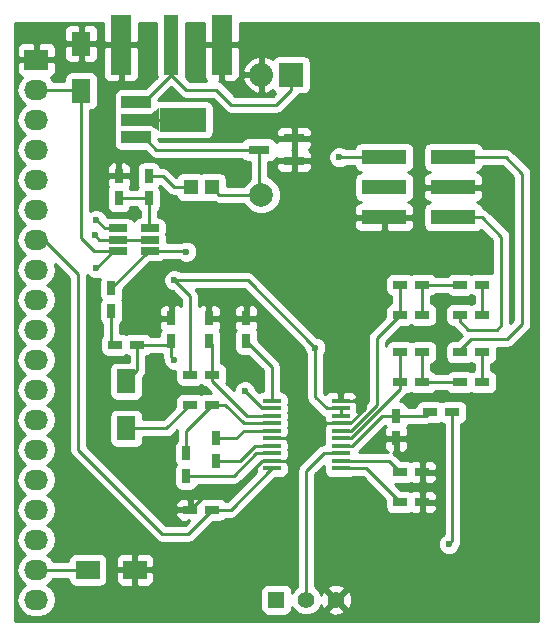
<source format=gtl>
G04 #@! TF.FileFunction,Copper,L1,Top,Signal*
%FSLAX46Y46*%
G04 Gerber Fmt 4.6, Leading zero omitted, Abs format (unit mm)*
G04 Created by KiCad (PCBNEW 4.0.4+e1-6308~48~ubuntu16.04.1-stable) date Mon Oct 24 16:38:44 2016*
%MOMM*%
%LPD*%
G01*
G04 APERTURE LIST*
%ADD10C,0.100000*%
%ADD11R,2.032000X1.727200*%
%ADD12O,2.032000X1.727200*%
%ADD13R,1.560000X0.650000*%
%ADD14R,1.600000X2.000000*%
%ADD15R,1.200000X0.750000*%
%ADD16R,0.750000X1.200000*%
%ADD17R,1.270000X1.270000*%
%ADD18R,2.032000X2.032000*%
%ADD19O,2.032000X2.032000*%
%ADD20R,1.397000X1.397000*%
%ADD21C,1.397000*%
%ADD22R,2.501900X1.000760*%
%ADD23R,4.000500X1.998980*%
%ADD24R,1.500000X0.400000*%
%ADD25C,2.000000*%
%ADD26R,1.778000X5.080000*%
%ADD27R,1.270000X5.080000*%
%ADD28R,1.800860X0.800100*%
%ADD29R,2.000000X1.600000*%
%ADD30R,3.810000X1.270000*%
%ADD31C,0.600000*%
%ADD32C,0.250000*%
%ADD33C,0.254000*%
G04 APERTURE END LIST*
D10*
D11*
X46990000Y-87630000D03*
D12*
X46990000Y-90170000D03*
X46990000Y-92710000D03*
X46990000Y-95250000D03*
X46990000Y-97790000D03*
X46990000Y-100330000D03*
X46990000Y-102870000D03*
X46990000Y-105410000D03*
X46990000Y-107950000D03*
X46990000Y-110490000D03*
X46990000Y-113030000D03*
X46990000Y-115570000D03*
X46990000Y-118110000D03*
X46990000Y-120650000D03*
X46990000Y-123190000D03*
X46990000Y-125730000D03*
X46990000Y-128270000D03*
X46990000Y-130810000D03*
X46990000Y-133350000D03*
D13*
X56595000Y-103820000D03*
X56595000Y-102870000D03*
X56595000Y-101920000D03*
X53895000Y-101920000D03*
X53895000Y-103820000D03*
X53895000Y-102870000D03*
D14*
X50800000Y-90265000D03*
X50800000Y-86265000D03*
D15*
X53660000Y-111760000D03*
X55560000Y-111760000D03*
D16*
X58420000Y-109540000D03*
X58420000Y-111440000D03*
X59690000Y-120970000D03*
X59690000Y-122870000D03*
X56515000Y-97475000D03*
X56515000Y-99375000D03*
X61595000Y-109540000D03*
X61595000Y-111440000D03*
X62230000Y-119700000D03*
X62230000Y-121600000D03*
X64770000Y-109540000D03*
X64770000Y-111440000D03*
D15*
X61910000Y-125730000D03*
X60010000Y-125730000D03*
X77790000Y-125095000D03*
X79690000Y-125095000D03*
X77790000Y-122555000D03*
X79690000Y-122555000D03*
D16*
X77470000Y-117795000D03*
X77470000Y-119695000D03*
D15*
X84770000Y-106680000D03*
X82870000Y-106680000D03*
X84770000Y-114935000D03*
X82870000Y-114935000D03*
D17*
X61849000Y-98425000D03*
X60071000Y-98425000D03*
D16*
X53340000Y-107000000D03*
X53340000Y-108900000D03*
D15*
X60010000Y-114300000D03*
X61910000Y-114300000D03*
X77790000Y-109220000D03*
X79690000Y-109220000D03*
X77790000Y-114935000D03*
X79690000Y-114935000D03*
X80330000Y-117475000D03*
X82230000Y-117475000D03*
D18*
X68580000Y-88900000D03*
D19*
X66040000Y-88900000D03*
D15*
X60010000Y-116840000D03*
X61910000Y-116840000D03*
D16*
X53975000Y-99375000D03*
X53975000Y-97475000D03*
D15*
X79690000Y-106680000D03*
X77790000Y-106680000D03*
X79690000Y-112395000D03*
X77790000Y-112395000D03*
X82870000Y-109220000D03*
X84770000Y-109220000D03*
X82870000Y-112395000D03*
X84770000Y-112395000D03*
D20*
X67310000Y-133350000D03*
D21*
X69850000Y-133350000D03*
X72390000Y-133350000D03*
D22*
X55432960Y-91208860D03*
X55432960Y-92710000D03*
X55432960Y-94211140D03*
D23*
X59385200Y-92710000D03*
D10*
G36*
X57410350Y-93710760D02*
X56661050Y-93210380D01*
X56661050Y-92209620D01*
X57410350Y-91709240D01*
X57410350Y-93710760D01*
X57410350Y-93710760D01*
G37*
D24*
X66950000Y-116522500D03*
X66950000Y-117157500D03*
X66950000Y-117792500D03*
X66950000Y-118427500D03*
X66950000Y-119062500D03*
X66950000Y-119697500D03*
X66950000Y-120332500D03*
X66950000Y-120967500D03*
X66950000Y-121602500D03*
X66950000Y-122237500D03*
X72750000Y-122237500D03*
X72750000Y-121602500D03*
X72750000Y-120967500D03*
X72750000Y-120332500D03*
X72750000Y-119697500D03*
X72750000Y-119062500D03*
X72750000Y-118427500D03*
X72750000Y-117792500D03*
X72750000Y-117157500D03*
X72750000Y-116522500D03*
D25*
X66040000Y-99060000D03*
D26*
X62674500Y-86360000D03*
X54165500Y-86360000D03*
D27*
X58420000Y-86360000D03*
D28*
X68811140Y-96200000D03*
X68811140Y-94300000D03*
X65808860Y-95250000D03*
D29*
X55340000Y-130810000D03*
X51340000Y-130810000D03*
D14*
X54610000Y-114840000D03*
X54610000Y-118840000D03*
D30*
X82296000Y-100965000D03*
X82296000Y-98425000D03*
X82296000Y-95885000D03*
X76454000Y-100965000D03*
X76454000Y-98425000D03*
X76454000Y-95885000D03*
D31*
X59690000Y-103886000D03*
X52070000Y-101219000D03*
X51943000Y-102489000D03*
X81915000Y-128651000D03*
X70612000Y-112014000D03*
X52070000Y-105283000D03*
X58674000Y-106299000D03*
X81407000Y-111125000D03*
X58674000Y-113030000D03*
X64643000Y-115697000D03*
X72644000Y-95885000D03*
D32*
X53895000Y-101920000D02*
X52771000Y-101920000D01*
X59624000Y-103820000D02*
X56595000Y-103820000D01*
X59690000Y-103886000D02*
X59624000Y-103820000D01*
X52771000Y-101920000D02*
X52070000Y-101219000D01*
X56595000Y-103820000D02*
X56520000Y-103820000D01*
X56520000Y-103820000D02*
X53340000Y-107000000D01*
X53895000Y-102870000D02*
X52324000Y-102870000D01*
X52324000Y-102870000D02*
X51943000Y-102489000D01*
X46990000Y-130810000D02*
X51340000Y-130810000D01*
X56595000Y-102870000D02*
X53895000Y-102870000D01*
X47625000Y-130810000D02*
X46990000Y-130810000D01*
X56515000Y-99375000D02*
X56515000Y-101840000D01*
X56515000Y-101840000D02*
X56595000Y-101920000D01*
X53975000Y-99375000D02*
X56515000Y-99375000D01*
X82230000Y-117475000D02*
X82230000Y-128336000D01*
X82230000Y-128336000D02*
X81915000Y-128651000D01*
X70612000Y-112014000D02*
X70612000Y-112141000D01*
X70612000Y-116078000D02*
X70612000Y-116205000D01*
X72750000Y-117157500D02*
X72750000Y-117792500D01*
X58674000Y-106299000D02*
X64897000Y-106299000D01*
X71564500Y-117157500D02*
X72750000Y-117157500D01*
X70612000Y-116205000D02*
X71564500Y-117157500D01*
X70612000Y-112014000D02*
X70612000Y-112141000D01*
X70612000Y-112141000D02*
X70612000Y-116078000D01*
X64897000Y-106299000D02*
X70612000Y-112014000D01*
X60010000Y-114300000D02*
X60010000Y-107635000D01*
X52070000Y-105283000D02*
X53533000Y-103820000D01*
X60010000Y-107635000D02*
X58674000Y-106299000D01*
X53533000Y-103820000D02*
X53895000Y-103820000D01*
X50800000Y-90265000D02*
X50800000Y-102743000D01*
X51877000Y-103820000D02*
X53895000Y-103820000D01*
X50800000Y-102743000D02*
X51877000Y-103820000D01*
X46990000Y-90170000D02*
X50705000Y-90170000D01*
X50705000Y-90170000D02*
X50800000Y-90265000D01*
X72750000Y-118427500D02*
X73593704Y-118427500D01*
X74485500Y-116522500D02*
X72750000Y-116522500D01*
X74803000Y-116840000D02*
X74485500Y-116522500D01*
X74803000Y-117218204D02*
X74803000Y-116840000D01*
X73593704Y-118427500D02*
X74803000Y-117218204D01*
X66950000Y-121602500D02*
X66103500Y-121602500D01*
X61407000Y-124333000D02*
X60010000Y-125730000D01*
X63373000Y-124333000D02*
X61407000Y-124333000D01*
X66103500Y-121602500D02*
X63373000Y-124333000D01*
X72750000Y-118427500D02*
X71310500Y-118427500D01*
X71310500Y-118427500D02*
X69469000Y-120269000D01*
X66950000Y-121602500D02*
X68897500Y-121602500D01*
X69151500Y-119697500D02*
X66950000Y-119697500D01*
X69469000Y-120015000D02*
X69151500Y-119697500D01*
X69469000Y-121031000D02*
X69469000Y-120269000D01*
X69469000Y-120269000D02*
X69469000Y-120015000D01*
X68897500Y-121602500D02*
X69469000Y-121031000D01*
X53340000Y-108900000D02*
X53340000Y-111440000D01*
X53340000Y-111440000D02*
X53660000Y-111760000D01*
X55560000Y-111760000D02*
X55560000Y-113890000D01*
X55560000Y-113890000D02*
X54610000Y-114840000D01*
X66950000Y-117157500D02*
X66103500Y-117157500D01*
X58420000Y-112776000D02*
X58420000Y-111440000D01*
X58674000Y-113030000D02*
X58420000Y-112776000D01*
X66103500Y-117157500D02*
X64643000Y-115697000D01*
X55560000Y-111760000D02*
X58100000Y-111760000D01*
X58100000Y-111760000D02*
X58420000Y-111440000D01*
X54610000Y-118840000D02*
X58010000Y-118840000D01*
X58010000Y-118840000D02*
X60010000Y-116840000D01*
X59690000Y-120970000D02*
X59690000Y-119060000D01*
X59690000Y-119060000D02*
X61910000Y-116840000D01*
X61910000Y-116840000D02*
X62992000Y-116840000D01*
X64579500Y-118427500D02*
X66950000Y-118427500D01*
X62992000Y-116840000D02*
X64579500Y-118427500D01*
X59690000Y-122870000D02*
X63693000Y-122870000D01*
X65595500Y-120967500D02*
X66950000Y-120967500D01*
X63693000Y-122870000D02*
X65595500Y-120967500D01*
X60071000Y-98425000D02*
X58674000Y-98425000D01*
X57724000Y-97475000D02*
X56515000Y-97475000D01*
X58674000Y-98425000D02*
X57724000Y-97475000D01*
X61910000Y-114300000D02*
X61910000Y-114869000D01*
X64833500Y-117792500D02*
X66950000Y-117792500D01*
X61910000Y-114869000D02*
X64833500Y-117792500D01*
X61910000Y-114300000D02*
X61910000Y-111755000D01*
X61910000Y-111755000D02*
X61595000Y-111440000D01*
X62230000Y-119700000D02*
X63942000Y-119700000D01*
X64579500Y-119062500D02*
X66950000Y-119062500D01*
X63942000Y-119700000D02*
X64579500Y-119062500D01*
X62230000Y-121600000D02*
X64201000Y-121600000D01*
X65468500Y-120332500D02*
X66950000Y-120332500D01*
X64201000Y-121600000D02*
X65468500Y-120332500D01*
X66950000Y-116522500D02*
X66950000Y-113620000D01*
X66950000Y-113620000D02*
X64770000Y-111440000D01*
X61910000Y-125730000D02*
X63457500Y-125730000D01*
X63457500Y-125730000D02*
X66950000Y-122237500D01*
X46990000Y-102870000D02*
X47625000Y-102870000D01*
X47625000Y-102870000D02*
X50546000Y-105791000D01*
X50546000Y-105791000D02*
X50546000Y-120650000D01*
X50546000Y-120650000D02*
X57658000Y-127762000D01*
X57658000Y-127762000D02*
X59878000Y-127762000D01*
X59878000Y-127762000D02*
X61910000Y-125730000D01*
X72750000Y-122237500D02*
X74932500Y-122237500D01*
X74932500Y-122237500D02*
X77790000Y-125095000D01*
X72750000Y-121602500D02*
X76837500Y-121602500D01*
X76837500Y-121602500D02*
X77790000Y-122555000D01*
X77470000Y-117795000D02*
X80010000Y-117795000D01*
X80010000Y-117795000D02*
X80330000Y-117475000D01*
X72750000Y-120332500D02*
X73723500Y-120332500D01*
X76261000Y-117795000D02*
X77470000Y-117795000D01*
X73723500Y-120332500D02*
X76261000Y-117795000D01*
X84770000Y-106680000D02*
X84770000Y-109220000D01*
X79690000Y-106680000D02*
X82870000Y-106680000D01*
X79690000Y-106680000D02*
X79690000Y-109220000D01*
X84770000Y-114935000D02*
X84770000Y-112395000D01*
X79690000Y-114935000D02*
X82870000Y-114935000D01*
X79690000Y-112395000D02*
X79690000Y-114935000D01*
X66040000Y-99060000D02*
X62484000Y-99060000D01*
X62484000Y-99060000D02*
X61849000Y-98425000D01*
X65808860Y-95250000D02*
X65808860Y-98828860D01*
X65808860Y-98828860D02*
X66040000Y-99060000D01*
X65808860Y-95250000D02*
X65024000Y-95250000D01*
X55432960Y-94211140D02*
X56111140Y-94211140D01*
X56111140Y-94211140D02*
X57150000Y-95250000D01*
X57150000Y-95250000D02*
X65808860Y-95250000D01*
X77790000Y-109220000D02*
X77790000Y-106680000D01*
X72750000Y-119062500D02*
X73595102Y-119062500D01*
X75819000Y-111191000D02*
X77790000Y-109220000D01*
X75819000Y-116838602D02*
X75819000Y-111191000D01*
X73595102Y-119062500D02*
X75819000Y-116838602D01*
X77790000Y-114935000D02*
X77790000Y-112395000D01*
X72750000Y-119697500D02*
X73596500Y-119697500D01*
X77790000Y-115504000D02*
X77790000Y-114935000D01*
X73596500Y-119697500D02*
X77790000Y-115504000D01*
X59690000Y-90170000D02*
X58420000Y-88900000D01*
X62230000Y-90170000D02*
X59690000Y-90170000D01*
X63500000Y-91440000D02*
X62230000Y-90170000D01*
X67310000Y-91440000D02*
X63500000Y-91440000D01*
X68580000Y-88900000D02*
X68580000Y-90170000D01*
X68580000Y-90170000D02*
X67310000Y-91440000D01*
X58420000Y-88900000D02*
X58420000Y-86360000D01*
X55432960Y-91208860D02*
X56111140Y-91208860D01*
X56111140Y-91208860D02*
X58420000Y-88900000D01*
X58420000Y-88900000D02*
X58420000Y-86360000D01*
X58420000Y-86360000D02*
X58420000Y-88265000D01*
X76454000Y-95885000D02*
X72644000Y-95885000D01*
X82870000Y-109220000D02*
X82870000Y-109794000D01*
X84709000Y-100965000D02*
X82296000Y-100965000D01*
X86360000Y-102616000D02*
X84709000Y-100965000D01*
X86360000Y-110109000D02*
X86360000Y-102616000D01*
X85979000Y-110490000D02*
X86360000Y-110109000D01*
X83566000Y-110490000D02*
X85979000Y-110490000D01*
X82870000Y-109794000D02*
X83566000Y-110490000D01*
X82870000Y-112395000D02*
X82870000Y-112202000D01*
X82870000Y-112202000D02*
X83820000Y-111252000D01*
X83820000Y-111252000D02*
X86868000Y-111252000D01*
X86868000Y-111252000D02*
X88138000Y-109982000D01*
X88138000Y-109982000D02*
X88138000Y-97282000D01*
X88138000Y-97282000D02*
X86741000Y-95885000D01*
X86741000Y-95885000D02*
X82296000Y-95885000D01*
X69850000Y-133350000D02*
X69850000Y-122428000D01*
X71310500Y-120967500D02*
X72750000Y-120967500D01*
X69850000Y-122428000D02*
X71310500Y-120967500D01*
X55432960Y-92710000D02*
X59385200Y-92710000D01*
D33*
G36*
X52641500Y-86074250D02*
X52800250Y-86233000D01*
X54038500Y-86233000D01*
X54038500Y-86213000D01*
X54292500Y-86213000D01*
X54292500Y-86233000D01*
X55530750Y-86233000D01*
X55689500Y-86074250D01*
X55689500Y-84530000D01*
X57137560Y-84530000D01*
X57137560Y-88900000D01*
X57170443Y-89074755D01*
X56184158Y-90061040D01*
X54182010Y-90061040D01*
X53946693Y-90105318D01*
X53730569Y-90244390D01*
X53585579Y-90456590D01*
X53534570Y-90708480D01*
X53534570Y-91709240D01*
X53578848Y-91944557D01*
X53586478Y-91956414D01*
X53585579Y-91957730D01*
X53534570Y-92209620D01*
X53534570Y-93210380D01*
X53578848Y-93445697D01*
X53586478Y-93457554D01*
X53585579Y-93458870D01*
X53534570Y-93710760D01*
X53534570Y-94711520D01*
X53578848Y-94946837D01*
X53717920Y-95162961D01*
X53930120Y-95307951D01*
X54182010Y-95358960D01*
X56184158Y-95358960D01*
X56612599Y-95787401D01*
X56859161Y-95952148D01*
X57150000Y-96010000D01*
X64385467Y-96010000D01*
X64444340Y-96101491D01*
X64656540Y-96246481D01*
X64908430Y-96297490D01*
X65048860Y-96297490D01*
X65048860Y-97739187D01*
X64654722Y-98132637D01*
X64585227Y-98300000D01*
X63131440Y-98300000D01*
X63131440Y-97790000D01*
X63087162Y-97554683D01*
X62948090Y-97338559D01*
X62735890Y-97193569D01*
X62484000Y-97142560D01*
X61214000Y-97142560D01*
X60978683Y-97186838D01*
X60962901Y-97196993D01*
X60957890Y-97193569D01*
X60706000Y-97142560D01*
X59436000Y-97142560D01*
X59200683Y-97186838D01*
X58984559Y-97325910D01*
X58848638Y-97524836D01*
X58261401Y-96937599D01*
X58014839Y-96772852D01*
X57724000Y-96715000D01*
X57507334Y-96715000D01*
X57493162Y-96639683D01*
X57354090Y-96423559D01*
X57141890Y-96278569D01*
X56890000Y-96227560D01*
X56140000Y-96227560D01*
X55904683Y-96271838D01*
X55688559Y-96410910D01*
X55543569Y-96623110D01*
X55492560Y-96875000D01*
X55492560Y-98075000D01*
X55536838Y-98310317D01*
X55610620Y-98424978D01*
X55543569Y-98523110D01*
X55524961Y-98615000D01*
X54967334Y-98615000D01*
X54953162Y-98539683D01*
X54886671Y-98436354D01*
X54888327Y-98434698D01*
X54985000Y-98201309D01*
X54985000Y-97760750D01*
X54826250Y-97602000D01*
X54102000Y-97602000D01*
X54102000Y-97622000D01*
X53848000Y-97622000D01*
X53848000Y-97602000D01*
X53123750Y-97602000D01*
X52965000Y-97760750D01*
X52965000Y-98201309D01*
X53061673Y-98434698D01*
X53063043Y-98436068D01*
X53003569Y-98523110D01*
X52952560Y-98775000D01*
X52952560Y-99975000D01*
X52996838Y-100210317D01*
X53135910Y-100426441D01*
X53348110Y-100571431D01*
X53600000Y-100622440D01*
X54350000Y-100622440D01*
X54585317Y-100578162D01*
X54801441Y-100439090D01*
X54946431Y-100226890D01*
X54965039Y-100135000D01*
X55522666Y-100135000D01*
X55536838Y-100210317D01*
X55675910Y-100426441D01*
X55755000Y-100480481D01*
X55755000Y-100958850D01*
X55579683Y-100991838D01*
X55363559Y-101130910D01*
X55243767Y-101306232D01*
X55139090Y-101143559D01*
X54926890Y-100998569D01*
X54675000Y-100947560D01*
X53115000Y-100947560D01*
X52980010Y-100972960D01*
X52863117Y-100690057D01*
X52600327Y-100426808D01*
X52256799Y-100284162D01*
X51884833Y-100283838D01*
X51560000Y-100418056D01*
X51560000Y-96748691D01*
X52965000Y-96748691D01*
X52965000Y-97189250D01*
X53123750Y-97348000D01*
X53848000Y-97348000D01*
X53848000Y-96398750D01*
X54102000Y-96398750D01*
X54102000Y-97348000D01*
X54826250Y-97348000D01*
X54985000Y-97189250D01*
X54985000Y-96748691D01*
X54888327Y-96515302D01*
X54709699Y-96336673D01*
X54476310Y-96240000D01*
X54260750Y-96240000D01*
X54102000Y-96398750D01*
X53848000Y-96398750D01*
X53689250Y-96240000D01*
X53473690Y-96240000D01*
X53240301Y-96336673D01*
X53061673Y-96515302D01*
X52965000Y-96748691D01*
X51560000Y-96748691D01*
X51560000Y-91912440D01*
X51600000Y-91912440D01*
X51835317Y-91868162D01*
X52051441Y-91729090D01*
X52196431Y-91516890D01*
X52247440Y-91265000D01*
X52247440Y-89265000D01*
X52203162Y-89029683D01*
X52064090Y-88813559D01*
X51851890Y-88668569D01*
X51600000Y-88617560D01*
X50000000Y-88617560D01*
X49764683Y-88661838D01*
X49548559Y-88800910D01*
X49403569Y-89013110D01*
X49352560Y-89265000D01*
X49352560Y-89410000D01*
X48434648Y-89410000D01*
X48234415Y-89110330D01*
X48212220Y-89095500D01*
X48365699Y-89031927D01*
X48544327Y-88853298D01*
X48641000Y-88619909D01*
X48641000Y-87915750D01*
X48482250Y-87757000D01*
X47117000Y-87757000D01*
X47117000Y-87777000D01*
X46863000Y-87777000D01*
X46863000Y-87757000D01*
X45497750Y-87757000D01*
X45339000Y-87915750D01*
X45339000Y-88619909D01*
X45435673Y-88853298D01*
X45614301Y-89031927D01*
X45767780Y-89095500D01*
X45745585Y-89110330D01*
X45420729Y-89596511D01*
X45306655Y-90170000D01*
X45420729Y-90743489D01*
X45745585Y-91229670D01*
X46060366Y-91440000D01*
X45745585Y-91650330D01*
X45420729Y-92136511D01*
X45306655Y-92710000D01*
X45420729Y-93283489D01*
X45745585Y-93769670D01*
X46060366Y-93980000D01*
X45745585Y-94190330D01*
X45420729Y-94676511D01*
X45306655Y-95250000D01*
X45420729Y-95823489D01*
X45745585Y-96309670D01*
X46060366Y-96520000D01*
X45745585Y-96730330D01*
X45420729Y-97216511D01*
X45306655Y-97790000D01*
X45420729Y-98363489D01*
X45745585Y-98849670D01*
X46060366Y-99060000D01*
X45745585Y-99270330D01*
X45420729Y-99756511D01*
X45306655Y-100330000D01*
X45420729Y-100903489D01*
X45745585Y-101389670D01*
X46060366Y-101600000D01*
X45745585Y-101810330D01*
X45420729Y-102296511D01*
X45306655Y-102870000D01*
X45420729Y-103443489D01*
X45745585Y-103929670D01*
X46060366Y-104140000D01*
X45745585Y-104350330D01*
X45420729Y-104836511D01*
X45306655Y-105410000D01*
X45420729Y-105983489D01*
X45745585Y-106469670D01*
X46060366Y-106680000D01*
X45745585Y-106890330D01*
X45420729Y-107376511D01*
X45306655Y-107950000D01*
X45420729Y-108523489D01*
X45745585Y-109009670D01*
X46060366Y-109220000D01*
X45745585Y-109430330D01*
X45420729Y-109916511D01*
X45306655Y-110490000D01*
X45420729Y-111063489D01*
X45745585Y-111549670D01*
X46060366Y-111760000D01*
X45745585Y-111970330D01*
X45420729Y-112456511D01*
X45306655Y-113030000D01*
X45420729Y-113603489D01*
X45745585Y-114089670D01*
X46060366Y-114300000D01*
X45745585Y-114510330D01*
X45420729Y-114996511D01*
X45306655Y-115570000D01*
X45420729Y-116143489D01*
X45745585Y-116629670D01*
X46060366Y-116840000D01*
X45745585Y-117050330D01*
X45420729Y-117536511D01*
X45306655Y-118110000D01*
X45420729Y-118683489D01*
X45745585Y-119169670D01*
X46060366Y-119380000D01*
X45745585Y-119590330D01*
X45420729Y-120076511D01*
X45306655Y-120650000D01*
X45420729Y-121223489D01*
X45745585Y-121709670D01*
X46060366Y-121920000D01*
X45745585Y-122130330D01*
X45420729Y-122616511D01*
X45306655Y-123190000D01*
X45420729Y-123763489D01*
X45745585Y-124249670D01*
X46060366Y-124460000D01*
X45745585Y-124670330D01*
X45420729Y-125156511D01*
X45306655Y-125730000D01*
X45420729Y-126303489D01*
X45745585Y-126789670D01*
X46060366Y-127000000D01*
X45745585Y-127210330D01*
X45420729Y-127696511D01*
X45306655Y-128270000D01*
X45420729Y-128843489D01*
X45745585Y-129329670D01*
X46060366Y-129540000D01*
X45745585Y-129750330D01*
X45420729Y-130236511D01*
X45306655Y-130810000D01*
X45420729Y-131383489D01*
X45745585Y-131869670D01*
X46060366Y-132080000D01*
X45745585Y-132290330D01*
X45420729Y-132776511D01*
X45306655Y-133350000D01*
X45420729Y-133923489D01*
X45745585Y-134409670D01*
X46231766Y-134734526D01*
X46805255Y-134848600D01*
X47174745Y-134848600D01*
X47748234Y-134734526D01*
X48234415Y-134409670D01*
X48559271Y-133923489D01*
X48673345Y-133350000D01*
X48559271Y-132776511D01*
X48234415Y-132290330D01*
X47919634Y-132080000D01*
X48234415Y-131869670D01*
X48434648Y-131570000D01*
X49692560Y-131570000D01*
X49692560Y-131610000D01*
X49736838Y-131845317D01*
X49875910Y-132061441D01*
X50088110Y-132206431D01*
X50340000Y-132257440D01*
X52340000Y-132257440D01*
X52575317Y-132213162D01*
X52791441Y-132074090D01*
X52936431Y-131861890D01*
X52987440Y-131610000D01*
X52987440Y-131095750D01*
X53705000Y-131095750D01*
X53705000Y-131736310D01*
X53801673Y-131969699D01*
X53980302Y-132148327D01*
X54213691Y-132245000D01*
X55054250Y-132245000D01*
X55213000Y-132086250D01*
X55213000Y-130937000D01*
X55467000Y-130937000D01*
X55467000Y-132086250D01*
X55625750Y-132245000D01*
X56466309Y-132245000D01*
X56699698Y-132148327D01*
X56878327Y-131969699D01*
X56975000Y-131736310D01*
X56975000Y-131095750D01*
X56816250Y-130937000D01*
X55467000Y-130937000D01*
X55213000Y-130937000D01*
X53863750Y-130937000D01*
X53705000Y-131095750D01*
X52987440Y-131095750D01*
X52987440Y-130010000D01*
X52963674Y-129883690D01*
X53705000Y-129883690D01*
X53705000Y-130524250D01*
X53863750Y-130683000D01*
X55213000Y-130683000D01*
X55213000Y-129533750D01*
X55467000Y-129533750D01*
X55467000Y-130683000D01*
X56816250Y-130683000D01*
X56975000Y-130524250D01*
X56975000Y-129883690D01*
X56878327Y-129650301D01*
X56699698Y-129471673D01*
X56466309Y-129375000D01*
X55625750Y-129375000D01*
X55467000Y-129533750D01*
X55213000Y-129533750D01*
X55054250Y-129375000D01*
X54213691Y-129375000D01*
X53980302Y-129471673D01*
X53801673Y-129650301D01*
X53705000Y-129883690D01*
X52963674Y-129883690D01*
X52943162Y-129774683D01*
X52804090Y-129558559D01*
X52591890Y-129413569D01*
X52340000Y-129362560D01*
X50340000Y-129362560D01*
X50104683Y-129406838D01*
X49888559Y-129545910D01*
X49743569Y-129758110D01*
X49692560Y-130010000D01*
X49692560Y-130050000D01*
X48434648Y-130050000D01*
X48234415Y-129750330D01*
X47919634Y-129540000D01*
X48234415Y-129329670D01*
X48559271Y-128843489D01*
X48673345Y-128270000D01*
X48559271Y-127696511D01*
X48234415Y-127210330D01*
X47919634Y-127000000D01*
X48234415Y-126789670D01*
X48559271Y-126303489D01*
X48673345Y-125730000D01*
X48559271Y-125156511D01*
X48234415Y-124670330D01*
X47919634Y-124460000D01*
X48234415Y-124249670D01*
X48559271Y-123763489D01*
X48673345Y-123190000D01*
X48559271Y-122616511D01*
X48234415Y-122130330D01*
X47919634Y-121920000D01*
X48234415Y-121709670D01*
X48559271Y-121223489D01*
X48673345Y-120650000D01*
X48559271Y-120076511D01*
X48234415Y-119590330D01*
X47919634Y-119380000D01*
X48234415Y-119169670D01*
X48559271Y-118683489D01*
X48673345Y-118110000D01*
X48559271Y-117536511D01*
X48234415Y-117050330D01*
X47919634Y-116840000D01*
X48234415Y-116629670D01*
X48559271Y-116143489D01*
X48673345Y-115570000D01*
X48559271Y-114996511D01*
X48234415Y-114510330D01*
X47919634Y-114300000D01*
X48234415Y-114089670D01*
X48559271Y-113603489D01*
X48673345Y-113030000D01*
X48559271Y-112456511D01*
X48234415Y-111970330D01*
X47919634Y-111760000D01*
X48234415Y-111549670D01*
X48559271Y-111063489D01*
X48673345Y-110490000D01*
X48559271Y-109916511D01*
X48234415Y-109430330D01*
X47919634Y-109220000D01*
X48234415Y-109009670D01*
X48559271Y-108523489D01*
X48673345Y-107950000D01*
X48559271Y-107376511D01*
X48234415Y-106890330D01*
X47919634Y-106680000D01*
X48234415Y-106469670D01*
X48559271Y-105983489D01*
X48673345Y-105410000D01*
X48569839Y-104889641D01*
X49786000Y-106105802D01*
X49786000Y-120650000D01*
X49843852Y-120940839D01*
X50008599Y-121187401D01*
X57120599Y-128299401D01*
X57367161Y-128464148D01*
X57658000Y-128522000D01*
X59878000Y-128522000D01*
X60168839Y-128464148D01*
X60415401Y-128299401D01*
X61962362Y-126752440D01*
X62510000Y-126752440D01*
X62745317Y-126708162D01*
X62961441Y-126569090D01*
X63015481Y-126490000D01*
X63457500Y-126490000D01*
X63748339Y-126432148D01*
X63994901Y-126267401D01*
X67177362Y-123084940D01*
X67700000Y-123084940D01*
X67935317Y-123040662D01*
X68151441Y-122901590D01*
X68296431Y-122689390D01*
X68347440Y-122437500D01*
X68347440Y-122037500D01*
X68329491Y-121942110D01*
X68335000Y-121928810D01*
X68335000Y-121861250D01*
X68309473Y-121835723D01*
X68303162Y-121802183D01*
X68173044Y-121599973D01*
X68296431Y-121419390D01*
X68305844Y-121372906D01*
X68335000Y-121343750D01*
X68335000Y-121276190D01*
X68328572Y-121260672D01*
X68347440Y-121167500D01*
X68347440Y-120767500D01*
X68324519Y-120645686D01*
X68347440Y-120532500D01*
X68347440Y-120132500D01*
X68329491Y-120037110D01*
X68335000Y-120023810D01*
X68335000Y-119956250D01*
X68309473Y-119930723D01*
X68303162Y-119897183D01*
X68173044Y-119694973D01*
X68296431Y-119514390D01*
X68305844Y-119467906D01*
X68335000Y-119438750D01*
X68335000Y-119371190D01*
X68328572Y-119355672D01*
X68347440Y-119262500D01*
X68347440Y-118862500D01*
X68324519Y-118740686D01*
X68347440Y-118627500D01*
X68347440Y-118227500D01*
X68324519Y-118105686D01*
X68347440Y-117992500D01*
X68347440Y-117592500D01*
X68324519Y-117470686D01*
X68347440Y-117357500D01*
X68347440Y-116957500D01*
X68324519Y-116835686D01*
X68347440Y-116722500D01*
X68347440Y-116322500D01*
X68303162Y-116087183D01*
X68164090Y-115871059D01*
X67951890Y-115726069D01*
X67710000Y-115677085D01*
X67710000Y-113620000D01*
X67652148Y-113329161D01*
X67487401Y-113082599D01*
X65792440Y-111387638D01*
X65792440Y-110840000D01*
X65748162Y-110604683D01*
X65681671Y-110501354D01*
X65683327Y-110499698D01*
X65780000Y-110266309D01*
X65780000Y-109825750D01*
X65621250Y-109667000D01*
X64897000Y-109667000D01*
X64897000Y-109687000D01*
X64643000Y-109687000D01*
X64643000Y-109667000D01*
X63918750Y-109667000D01*
X63760000Y-109825750D01*
X63760000Y-110266309D01*
X63856673Y-110499698D01*
X63858043Y-110501068D01*
X63798569Y-110588110D01*
X63747560Y-110840000D01*
X63747560Y-112040000D01*
X63791838Y-112275317D01*
X63930910Y-112491441D01*
X64143110Y-112636431D01*
X64395000Y-112687440D01*
X64942638Y-112687440D01*
X66190000Y-113934802D01*
X66190000Y-115676942D01*
X65964683Y-115719338D01*
X65828057Y-115807255D01*
X65578122Y-115557320D01*
X65578162Y-115511833D01*
X65436117Y-115168057D01*
X65173327Y-114904808D01*
X64829799Y-114762162D01*
X64457833Y-114761838D01*
X64114057Y-114903883D01*
X63850808Y-115166673D01*
X63708162Y-115510201D01*
X63708090Y-115592288D01*
X63080558Y-114964756D01*
X63106431Y-114926890D01*
X63157440Y-114675000D01*
X63157440Y-113925000D01*
X63113162Y-113689683D01*
X62974090Y-113473559D01*
X62761890Y-113328569D01*
X62670000Y-113309961D01*
X62670000Y-111755000D01*
X62625523Y-111531400D01*
X62617440Y-111490765D01*
X62617440Y-110840000D01*
X62573162Y-110604683D01*
X62506671Y-110501354D01*
X62508327Y-110499698D01*
X62605000Y-110266309D01*
X62605000Y-109825750D01*
X62446250Y-109667000D01*
X61722000Y-109667000D01*
X61722000Y-109687000D01*
X61468000Y-109687000D01*
X61468000Y-109667000D01*
X61448000Y-109667000D01*
X61448000Y-109413000D01*
X61468000Y-109413000D01*
X61468000Y-108463750D01*
X61722000Y-108463750D01*
X61722000Y-109413000D01*
X62446250Y-109413000D01*
X62605000Y-109254250D01*
X62605000Y-108813691D01*
X63760000Y-108813691D01*
X63760000Y-109254250D01*
X63918750Y-109413000D01*
X64643000Y-109413000D01*
X64643000Y-108463750D01*
X64897000Y-108463750D01*
X64897000Y-109413000D01*
X65621250Y-109413000D01*
X65780000Y-109254250D01*
X65780000Y-108813691D01*
X65683327Y-108580302D01*
X65504699Y-108401673D01*
X65271310Y-108305000D01*
X65055750Y-108305000D01*
X64897000Y-108463750D01*
X64643000Y-108463750D01*
X64484250Y-108305000D01*
X64268690Y-108305000D01*
X64035301Y-108401673D01*
X63856673Y-108580302D01*
X63760000Y-108813691D01*
X62605000Y-108813691D01*
X62508327Y-108580302D01*
X62329699Y-108401673D01*
X62096310Y-108305000D01*
X61880750Y-108305000D01*
X61722000Y-108463750D01*
X61468000Y-108463750D01*
X61309250Y-108305000D01*
X61093690Y-108305000D01*
X60860301Y-108401673D01*
X60770000Y-108491975D01*
X60770000Y-107635000D01*
X60712148Y-107344161D01*
X60712148Y-107344160D01*
X60547401Y-107097599D01*
X60508802Y-107059000D01*
X64582198Y-107059000D01*
X69676878Y-112153681D01*
X69676838Y-112199167D01*
X69818883Y-112542943D01*
X69852000Y-112576118D01*
X69852000Y-116205000D01*
X69909852Y-116495839D01*
X70074599Y-116742401D01*
X71027099Y-117694901D01*
X71273660Y-117859648D01*
X71321914Y-117869246D01*
X71352560Y-117875342D01*
X71352560Y-117992500D01*
X71370509Y-118087890D01*
X71365000Y-118101190D01*
X71365000Y-118168750D01*
X71390527Y-118194277D01*
X71396838Y-118227817D01*
X71526956Y-118430027D01*
X71403569Y-118610610D01*
X71394156Y-118657094D01*
X71365000Y-118686250D01*
X71365000Y-118753810D01*
X71371428Y-118769328D01*
X71352560Y-118862500D01*
X71352560Y-119262500D01*
X71375481Y-119384314D01*
X71352560Y-119497500D01*
X71352560Y-119897500D01*
X71375481Y-120019314D01*
X71352560Y-120132500D01*
X71352560Y-120207500D01*
X71310500Y-120207500D01*
X71019661Y-120265352D01*
X70773099Y-120430099D01*
X69312599Y-121890599D01*
X69147852Y-122137161D01*
X69090000Y-122428000D01*
X69090000Y-132224464D01*
X68720173Y-132593647D01*
X68655940Y-132748337D01*
X68655940Y-132651500D01*
X68611662Y-132416183D01*
X68472590Y-132200059D01*
X68260390Y-132055069D01*
X68008500Y-132004060D01*
X66611500Y-132004060D01*
X66376183Y-132048338D01*
X66160059Y-132187410D01*
X66015069Y-132399610D01*
X65964060Y-132651500D01*
X65964060Y-134048500D01*
X66008338Y-134283817D01*
X66147410Y-134499941D01*
X66359610Y-134644931D01*
X66611500Y-134695940D01*
X68008500Y-134695940D01*
X68243817Y-134651662D01*
X68459941Y-134512590D01*
X68604931Y-134300390D01*
X68655940Y-134048500D01*
X68655940Y-133952116D01*
X68718854Y-134104380D01*
X69093647Y-134479827D01*
X69583587Y-134683268D01*
X70114086Y-134683731D01*
X70604380Y-134481146D01*
X70801681Y-134284188D01*
X71635417Y-134284188D01*
X71697071Y-134519800D01*
X72197480Y-134695927D01*
X72727199Y-134667148D01*
X73082929Y-134519800D01*
X73144583Y-134284188D01*
X72390000Y-133529605D01*
X71635417Y-134284188D01*
X70801681Y-134284188D01*
X70979827Y-134106353D01*
X71113314Y-133784882D01*
X71220200Y-134042929D01*
X71455812Y-134104583D01*
X72210395Y-133350000D01*
X72569605Y-133350000D01*
X73324188Y-134104583D01*
X73559800Y-134042929D01*
X73735927Y-133542520D01*
X73707148Y-133012801D01*
X73559800Y-132657071D01*
X73324188Y-132595417D01*
X72569605Y-133350000D01*
X72210395Y-133350000D01*
X71455812Y-132595417D01*
X71220200Y-132657071D01*
X71121917Y-132936312D01*
X70981146Y-132595620D01*
X70801652Y-132415812D01*
X71635417Y-132415812D01*
X72390000Y-133170395D01*
X73144583Y-132415812D01*
X73082929Y-132180200D01*
X72582520Y-132004073D01*
X72052801Y-132032852D01*
X71697071Y-132180200D01*
X71635417Y-132415812D01*
X70801652Y-132415812D01*
X70610000Y-132223826D01*
X70610000Y-122742802D01*
X71362021Y-121990781D01*
X71352560Y-122037500D01*
X71352560Y-122437500D01*
X71396838Y-122672817D01*
X71535910Y-122888941D01*
X71748110Y-123033931D01*
X72000000Y-123084940D01*
X73500000Y-123084940D01*
X73735317Y-123040662D01*
X73802393Y-122997500D01*
X74617698Y-122997500D01*
X76542560Y-124922362D01*
X76542560Y-125470000D01*
X76586838Y-125705317D01*
X76725910Y-125921441D01*
X76938110Y-126066431D01*
X77190000Y-126117440D01*
X78390000Y-126117440D01*
X78625317Y-126073162D01*
X78728646Y-126006671D01*
X78730302Y-126008327D01*
X78963691Y-126105000D01*
X79404250Y-126105000D01*
X79563000Y-125946250D01*
X79563000Y-125222000D01*
X79817000Y-125222000D01*
X79817000Y-125946250D01*
X79975750Y-126105000D01*
X80416309Y-126105000D01*
X80649698Y-126008327D01*
X80828327Y-125829699D01*
X80925000Y-125596310D01*
X80925000Y-125380750D01*
X80766250Y-125222000D01*
X79817000Y-125222000D01*
X79563000Y-125222000D01*
X79543000Y-125222000D01*
X79543000Y-124968000D01*
X79563000Y-124968000D01*
X79563000Y-124243750D01*
X79817000Y-124243750D01*
X79817000Y-124968000D01*
X80766250Y-124968000D01*
X80925000Y-124809250D01*
X80925000Y-124593690D01*
X80828327Y-124360301D01*
X80649698Y-124181673D01*
X80416309Y-124085000D01*
X79975750Y-124085000D01*
X79817000Y-124243750D01*
X79563000Y-124243750D01*
X79404250Y-124085000D01*
X78963691Y-124085000D01*
X78730302Y-124181673D01*
X78728932Y-124183043D01*
X78641890Y-124123569D01*
X78390000Y-124072560D01*
X77842362Y-124072560D01*
X77347242Y-123577440D01*
X78390000Y-123577440D01*
X78625317Y-123533162D01*
X78728646Y-123466671D01*
X78730302Y-123468327D01*
X78963691Y-123565000D01*
X79404250Y-123565000D01*
X79563000Y-123406250D01*
X79563000Y-122682000D01*
X79817000Y-122682000D01*
X79817000Y-123406250D01*
X79975750Y-123565000D01*
X80416309Y-123565000D01*
X80649698Y-123468327D01*
X80828327Y-123289699D01*
X80925000Y-123056310D01*
X80925000Y-122840750D01*
X80766250Y-122682000D01*
X79817000Y-122682000D01*
X79563000Y-122682000D01*
X79543000Y-122682000D01*
X79543000Y-122428000D01*
X79563000Y-122428000D01*
X79563000Y-121703750D01*
X79817000Y-121703750D01*
X79817000Y-122428000D01*
X80766250Y-122428000D01*
X80925000Y-122269250D01*
X80925000Y-122053690D01*
X80828327Y-121820301D01*
X80649698Y-121641673D01*
X80416309Y-121545000D01*
X79975750Y-121545000D01*
X79817000Y-121703750D01*
X79563000Y-121703750D01*
X79404250Y-121545000D01*
X78963691Y-121545000D01*
X78730302Y-121641673D01*
X78728932Y-121643043D01*
X78641890Y-121583569D01*
X78390000Y-121532560D01*
X77842362Y-121532560D01*
X77374901Y-121065099D01*
X77172710Y-120930000D01*
X77184250Y-120930000D01*
X77343000Y-120771250D01*
X77343000Y-119822000D01*
X77597000Y-119822000D01*
X77597000Y-120771250D01*
X77755750Y-120930000D01*
X77971310Y-120930000D01*
X78204699Y-120833327D01*
X78383327Y-120654698D01*
X78480000Y-120421309D01*
X78480000Y-119980750D01*
X78321250Y-119822000D01*
X77597000Y-119822000D01*
X77343000Y-119822000D01*
X76618750Y-119822000D01*
X76460000Y-119980750D01*
X76460000Y-120421309D01*
X76556673Y-120654698D01*
X76735301Y-120833327D01*
X76757447Y-120842500D01*
X74288302Y-120842500D01*
X76495224Y-118635578D01*
X76558329Y-118733646D01*
X76556673Y-118735302D01*
X76460000Y-118968691D01*
X76460000Y-119409250D01*
X76618750Y-119568000D01*
X77343000Y-119568000D01*
X77343000Y-119548000D01*
X77597000Y-119548000D01*
X77597000Y-119568000D01*
X78321250Y-119568000D01*
X78480000Y-119409250D01*
X78480000Y-118968691D01*
X78383327Y-118735302D01*
X78381957Y-118733932D01*
X78441431Y-118646890D01*
X78460039Y-118555000D01*
X80010000Y-118555000D01*
X80299371Y-118497440D01*
X80930000Y-118497440D01*
X81165317Y-118453162D01*
X81279978Y-118379380D01*
X81378110Y-118446431D01*
X81470000Y-118465039D01*
X81470000Y-127823199D01*
X81386057Y-127857883D01*
X81122808Y-128120673D01*
X80980162Y-128464201D01*
X80979838Y-128836167D01*
X81121883Y-129179943D01*
X81384673Y-129443192D01*
X81728201Y-129585838D01*
X82100167Y-129586162D01*
X82443943Y-129444117D01*
X82707192Y-129181327D01*
X82849838Y-128837799D01*
X82849915Y-128749911D01*
X82932148Y-128626840D01*
X82990000Y-128336000D01*
X82990000Y-118467334D01*
X83065317Y-118453162D01*
X83281441Y-118314090D01*
X83426431Y-118101890D01*
X83477440Y-117850000D01*
X83477440Y-117100000D01*
X83433162Y-116864683D01*
X83294090Y-116648559D01*
X83081890Y-116503569D01*
X82830000Y-116452560D01*
X81630000Y-116452560D01*
X81394683Y-116496838D01*
X81280022Y-116570620D01*
X81181890Y-116503569D01*
X80930000Y-116452560D01*
X79730000Y-116452560D01*
X79494683Y-116496838D01*
X79278559Y-116635910D01*
X79133569Y-116848110D01*
X79095723Y-117035000D01*
X78462334Y-117035000D01*
X78448162Y-116959683D01*
X78309090Y-116743559D01*
X78096890Y-116598569D01*
X77845000Y-116547560D01*
X77821242Y-116547560D01*
X78327401Y-116041401D01*
X78383502Y-115957440D01*
X78390000Y-115957440D01*
X78625317Y-115913162D01*
X78739978Y-115839380D01*
X78838110Y-115906431D01*
X79090000Y-115957440D01*
X80290000Y-115957440D01*
X80525317Y-115913162D01*
X80741441Y-115774090D01*
X80795481Y-115695000D01*
X81763156Y-115695000D01*
X81805910Y-115761441D01*
X82018110Y-115906431D01*
X82270000Y-115957440D01*
X83470000Y-115957440D01*
X83705317Y-115913162D01*
X83819978Y-115839380D01*
X83918110Y-115906431D01*
X84170000Y-115957440D01*
X85370000Y-115957440D01*
X85605317Y-115913162D01*
X85821441Y-115774090D01*
X85966431Y-115561890D01*
X86017440Y-115310000D01*
X86017440Y-114560000D01*
X85973162Y-114324683D01*
X85834090Y-114108559D01*
X85621890Y-113963569D01*
X85530000Y-113944961D01*
X85530000Y-113387334D01*
X85605317Y-113373162D01*
X85821441Y-113234090D01*
X85966431Y-113021890D01*
X86017440Y-112770000D01*
X86017440Y-112020000D01*
X86015935Y-112012000D01*
X86868000Y-112012000D01*
X87158839Y-111954148D01*
X87405401Y-111789401D01*
X88675401Y-110519401D01*
X88840148Y-110272840D01*
X88898000Y-109982000D01*
X88898000Y-97282000D01*
X88879071Y-97186838D01*
X88840148Y-96991160D01*
X88675401Y-96744599D01*
X87278401Y-95347599D01*
X87031839Y-95182852D01*
X86741000Y-95125000D01*
X84824920Y-95125000D01*
X84804162Y-95014683D01*
X84665090Y-94798559D01*
X84452890Y-94653569D01*
X84201000Y-94602560D01*
X80391000Y-94602560D01*
X80155683Y-94646838D01*
X79939559Y-94785910D01*
X79794569Y-94998110D01*
X79743560Y-95250000D01*
X79743560Y-96520000D01*
X79787838Y-96755317D01*
X79926910Y-96971441D01*
X80139110Y-97116431D01*
X80329569Y-97155000D01*
X80264691Y-97155000D01*
X80031302Y-97251673D01*
X79852673Y-97430301D01*
X79756000Y-97663690D01*
X79756000Y-98139250D01*
X79914750Y-98298000D01*
X82169000Y-98298000D01*
X82169000Y-98278000D01*
X82423000Y-98278000D01*
X82423000Y-98298000D01*
X84677250Y-98298000D01*
X84836000Y-98139250D01*
X84836000Y-97663690D01*
X84739327Y-97430301D01*
X84560698Y-97251673D01*
X84327309Y-97155000D01*
X84267113Y-97155000D01*
X84436317Y-97123162D01*
X84652441Y-96984090D01*
X84797431Y-96771890D01*
X84823127Y-96645000D01*
X86426198Y-96645000D01*
X87378000Y-97596802D01*
X87378000Y-109667198D01*
X87120000Y-109925198D01*
X87120000Y-102616000D01*
X87062148Y-102325161D01*
X86897401Y-102078599D01*
X85246401Y-100427599D01*
X84999839Y-100262852D01*
X84829427Y-100228955D01*
X84804162Y-100094683D01*
X84665090Y-99878559D01*
X84452890Y-99733569D01*
X84262431Y-99695000D01*
X84327309Y-99695000D01*
X84560698Y-99598327D01*
X84739327Y-99419699D01*
X84836000Y-99186310D01*
X84836000Y-98710750D01*
X84677250Y-98552000D01*
X82423000Y-98552000D01*
X82423000Y-98572000D01*
X82169000Y-98572000D01*
X82169000Y-98552000D01*
X79914750Y-98552000D01*
X79756000Y-98710750D01*
X79756000Y-99186310D01*
X79852673Y-99419699D01*
X80031302Y-99598327D01*
X80264691Y-99695000D01*
X80324887Y-99695000D01*
X80155683Y-99726838D01*
X79939559Y-99865910D01*
X79794569Y-100078110D01*
X79743560Y-100330000D01*
X79743560Y-101600000D01*
X79787838Y-101835317D01*
X79926910Y-102051441D01*
X80139110Y-102196431D01*
X80391000Y-102247440D01*
X84201000Y-102247440D01*
X84436317Y-102203162D01*
X84652441Y-102064090D01*
X84685258Y-102016060D01*
X85600000Y-102930802D01*
X85600000Y-105704136D01*
X85370000Y-105657560D01*
X84170000Y-105657560D01*
X83934683Y-105701838D01*
X83820022Y-105775620D01*
X83721890Y-105708569D01*
X83470000Y-105657560D01*
X82270000Y-105657560D01*
X82034683Y-105701838D01*
X81818559Y-105840910D01*
X81764519Y-105920000D01*
X80796844Y-105920000D01*
X80754090Y-105853559D01*
X80541890Y-105708569D01*
X80290000Y-105657560D01*
X79090000Y-105657560D01*
X78854683Y-105701838D01*
X78740022Y-105775620D01*
X78641890Y-105708569D01*
X78390000Y-105657560D01*
X77190000Y-105657560D01*
X76954683Y-105701838D01*
X76738559Y-105840910D01*
X76593569Y-106053110D01*
X76542560Y-106305000D01*
X76542560Y-107055000D01*
X76586838Y-107290317D01*
X76725910Y-107506441D01*
X76938110Y-107651431D01*
X77030000Y-107670039D01*
X77030000Y-108227666D01*
X76954683Y-108241838D01*
X76738559Y-108380910D01*
X76593569Y-108593110D01*
X76542560Y-108845000D01*
X76542560Y-109392638D01*
X75281599Y-110653599D01*
X75116852Y-110900161D01*
X75059000Y-111191000D01*
X75059000Y-116523800D01*
X74127669Y-117455131D01*
X74147440Y-117357500D01*
X74147440Y-116957500D01*
X74129491Y-116862110D01*
X74135000Y-116848810D01*
X74135000Y-116781250D01*
X74109473Y-116755723D01*
X74103162Y-116722183D01*
X73964090Y-116506059D01*
X73841797Y-116422500D01*
X73976250Y-116422500D01*
X74135000Y-116263750D01*
X74135000Y-116196190D01*
X74038327Y-115962801D01*
X73859698Y-115784173D01*
X73626309Y-115687500D01*
X73035750Y-115687500D01*
X72877000Y-115846250D01*
X72877000Y-116310060D01*
X72623000Y-116310060D01*
X72623000Y-115846250D01*
X72464250Y-115687500D01*
X71873691Y-115687500D01*
X71640302Y-115784173D01*
X71461673Y-115962801D01*
X71456673Y-115974871D01*
X71372000Y-115890198D01*
X71372000Y-112576463D01*
X71404192Y-112544327D01*
X71546838Y-112200799D01*
X71547162Y-111828833D01*
X71405117Y-111485057D01*
X71142327Y-111221808D01*
X70798799Y-111079162D01*
X70751924Y-111079121D01*
X65434401Y-105761599D01*
X65187839Y-105596852D01*
X64897000Y-105539000D01*
X59236463Y-105539000D01*
X59204327Y-105506808D01*
X58860799Y-105364162D01*
X58488833Y-105363838D01*
X58145057Y-105505883D01*
X57881808Y-105768673D01*
X57739162Y-106112201D01*
X57738838Y-106484167D01*
X57880883Y-106827943D01*
X58143673Y-107091192D01*
X58487201Y-107233838D01*
X58534077Y-107233879D01*
X59250000Y-107949802D01*
X59250000Y-108496975D01*
X59154699Y-108401673D01*
X58921310Y-108305000D01*
X58705750Y-108305000D01*
X58547000Y-108463750D01*
X58547000Y-109413000D01*
X58567000Y-109413000D01*
X58567000Y-109667000D01*
X58547000Y-109667000D01*
X58547000Y-109687000D01*
X58293000Y-109687000D01*
X58293000Y-109667000D01*
X57568750Y-109667000D01*
X57410000Y-109825750D01*
X57410000Y-110266309D01*
X57506673Y-110499698D01*
X57508043Y-110501068D01*
X57448569Y-110588110D01*
X57397560Y-110840000D01*
X57397560Y-111000000D01*
X56666844Y-111000000D01*
X56624090Y-110933559D01*
X56411890Y-110788569D01*
X56160000Y-110737560D01*
X54960000Y-110737560D01*
X54724683Y-110781838D01*
X54610022Y-110855620D01*
X54511890Y-110788569D01*
X54260000Y-110737560D01*
X54100000Y-110737560D01*
X54100000Y-110006844D01*
X54166441Y-109964090D01*
X54311431Y-109751890D01*
X54362440Y-109500000D01*
X54362440Y-108813691D01*
X57410000Y-108813691D01*
X57410000Y-109254250D01*
X57568750Y-109413000D01*
X58293000Y-109413000D01*
X58293000Y-108463750D01*
X58134250Y-108305000D01*
X57918690Y-108305000D01*
X57685301Y-108401673D01*
X57506673Y-108580302D01*
X57410000Y-108813691D01*
X54362440Y-108813691D01*
X54362440Y-108300000D01*
X54318162Y-108064683D01*
X54244380Y-107950022D01*
X54311431Y-107851890D01*
X54362440Y-107600000D01*
X54362440Y-107052362D01*
X56622362Y-104792440D01*
X57375000Y-104792440D01*
X57610317Y-104748162D01*
X57826441Y-104609090D01*
X57846317Y-104580000D01*
X59061652Y-104580000D01*
X59159673Y-104678192D01*
X59503201Y-104820838D01*
X59875167Y-104821162D01*
X60218943Y-104679117D01*
X60482192Y-104416327D01*
X60624838Y-104072799D01*
X60625162Y-103700833D01*
X60483117Y-103357057D01*
X60220327Y-103093808D01*
X59876799Y-102951162D01*
X59504833Y-102950838D01*
X59240640Y-103060000D01*
X58022440Y-103060000D01*
X58022440Y-102545000D01*
X57993179Y-102389493D01*
X58022440Y-102245000D01*
X58022440Y-101595000D01*
X57978162Y-101359683D01*
X57908066Y-101250750D01*
X73914000Y-101250750D01*
X73914000Y-101726310D01*
X74010673Y-101959699D01*
X74189302Y-102138327D01*
X74422691Y-102235000D01*
X76168250Y-102235000D01*
X76327000Y-102076250D01*
X76327000Y-101092000D01*
X76581000Y-101092000D01*
X76581000Y-102076250D01*
X76739750Y-102235000D01*
X78485309Y-102235000D01*
X78718698Y-102138327D01*
X78897327Y-101959699D01*
X78994000Y-101726310D01*
X78994000Y-101250750D01*
X78835250Y-101092000D01*
X76581000Y-101092000D01*
X76327000Y-101092000D01*
X74072750Y-101092000D01*
X73914000Y-101250750D01*
X57908066Y-101250750D01*
X57839090Y-101143559D01*
X57626890Y-100998569D01*
X57375000Y-100947560D01*
X57275000Y-100947560D01*
X57275000Y-100481844D01*
X57341441Y-100439090D01*
X57486431Y-100226890D01*
X57537440Y-99975000D01*
X57537440Y-98775000D01*
X57493162Y-98539683D01*
X57419380Y-98425022D01*
X57486431Y-98326890D01*
X57488899Y-98314701D01*
X58136599Y-98962401D01*
X58383161Y-99127148D01*
X58674000Y-99185000D01*
X58812080Y-99185000D01*
X58832838Y-99295317D01*
X58971910Y-99511441D01*
X59184110Y-99656431D01*
X59436000Y-99707440D01*
X60706000Y-99707440D01*
X60941317Y-99663162D01*
X60957099Y-99653007D01*
X60962110Y-99656431D01*
X61214000Y-99707440D01*
X62111284Y-99707440D01*
X62193161Y-99762148D01*
X62484000Y-99820000D01*
X64584953Y-99820000D01*
X64653106Y-99984943D01*
X65112637Y-100445278D01*
X65713352Y-100694716D01*
X66363795Y-100695284D01*
X66964943Y-100446894D01*
X67425278Y-99987363D01*
X67674716Y-99386648D01*
X67675284Y-98736205D01*
X67426894Y-98135057D01*
X66967363Y-97674722D01*
X66568860Y-97509250D01*
X66568860Y-96485750D01*
X67275710Y-96485750D01*
X67275710Y-96726359D01*
X67372383Y-96959748D01*
X67551011Y-97138377D01*
X67784400Y-97235050D01*
X68525390Y-97235050D01*
X68684140Y-97076300D01*
X68684140Y-96327000D01*
X68938140Y-96327000D01*
X68938140Y-97076300D01*
X69096890Y-97235050D01*
X69837880Y-97235050D01*
X70071269Y-97138377D01*
X70249897Y-96959748D01*
X70346570Y-96726359D01*
X70346570Y-96485750D01*
X70187820Y-96327000D01*
X68938140Y-96327000D01*
X68684140Y-96327000D01*
X67434460Y-96327000D01*
X67275710Y-96485750D01*
X66568860Y-96485750D01*
X66568860Y-96297490D01*
X66709290Y-96297490D01*
X66944607Y-96253212D01*
X67160731Y-96114140D01*
X67288542Y-95927082D01*
X67434460Y-96073000D01*
X68684140Y-96073000D01*
X68684140Y-95323700D01*
X68610440Y-95250000D01*
X68684140Y-95176300D01*
X68684140Y-94427000D01*
X68938140Y-94427000D01*
X68938140Y-95176300D01*
X69011840Y-95250000D01*
X68938140Y-95323700D01*
X68938140Y-96073000D01*
X70187820Y-96073000D01*
X70190653Y-96070167D01*
X71708838Y-96070167D01*
X71850883Y-96413943D01*
X72113673Y-96677192D01*
X72457201Y-96819838D01*
X72829167Y-96820162D01*
X73172943Y-96678117D01*
X73206118Y-96645000D01*
X73925080Y-96645000D01*
X73945838Y-96755317D01*
X74084910Y-96971441D01*
X74297110Y-97116431D01*
X74485314Y-97154543D01*
X74313683Y-97186838D01*
X74097559Y-97325910D01*
X73952569Y-97538110D01*
X73901560Y-97790000D01*
X73901560Y-99060000D01*
X73945838Y-99295317D01*
X74084910Y-99511441D01*
X74297110Y-99656431D01*
X74487569Y-99695000D01*
X74422691Y-99695000D01*
X74189302Y-99791673D01*
X74010673Y-99970301D01*
X73914000Y-100203690D01*
X73914000Y-100679250D01*
X74072750Y-100838000D01*
X76327000Y-100838000D01*
X76327000Y-100818000D01*
X76581000Y-100818000D01*
X76581000Y-100838000D01*
X78835250Y-100838000D01*
X78994000Y-100679250D01*
X78994000Y-100203690D01*
X78897327Y-99970301D01*
X78718698Y-99791673D01*
X78485309Y-99695000D01*
X78425113Y-99695000D01*
X78594317Y-99663162D01*
X78810441Y-99524090D01*
X78955431Y-99311890D01*
X79006440Y-99060000D01*
X79006440Y-97790000D01*
X78962162Y-97554683D01*
X78823090Y-97338559D01*
X78610890Y-97193569D01*
X78422686Y-97155457D01*
X78594317Y-97123162D01*
X78810441Y-96984090D01*
X78955431Y-96771890D01*
X79006440Y-96520000D01*
X79006440Y-95250000D01*
X78962162Y-95014683D01*
X78823090Y-94798559D01*
X78610890Y-94653569D01*
X78359000Y-94602560D01*
X74549000Y-94602560D01*
X74313683Y-94646838D01*
X74097559Y-94785910D01*
X73952569Y-94998110D01*
X73926873Y-95125000D01*
X73206463Y-95125000D01*
X73174327Y-95092808D01*
X72830799Y-94950162D01*
X72458833Y-94949838D01*
X72115057Y-95091883D01*
X71851808Y-95354673D01*
X71709162Y-95698201D01*
X71708838Y-96070167D01*
X70190653Y-96070167D01*
X70346570Y-95914250D01*
X70346570Y-95673641D01*
X70249897Y-95440252D01*
X70071269Y-95261623D01*
X70043209Y-95250000D01*
X70071269Y-95238377D01*
X70249897Y-95059748D01*
X70346570Y-94826359D01*
X70346570Y-94585750D01*
X70187820Y-94427000D01*
X68938140Y-94427000D01*
X68684140Y-94427000D01*
X67434460Y-94427000D01*
X67286757Y-94574703D01*
X67173380Y-94398509D01*
X66961180Y-94253519D01*
X66709290Y-94202510D01*
X64908430Y-94202510D01*
X64673113Y-94246788D01*
X64456989Y-94385860D01*
X64385833Y-94490000D01*
X57464802Y-94490000D01*
X57331350Y-94356548D01*
X57331350Y-94346076D01*
X57384950Y-94356930D01*
X57389250Y-94356930D01*
X57392463Y-94357953D01*
X57398346Y-94356930D01*
X61385450Y-94356930D01*
X61620767Y-94312652D01*
X61836891Y-94173580D01*
X61981881Y-93961380D01*
X62019899Y-93773641D01*
X67275710Y-93773641D01*
X67275710Y-94014250D01*
X67434460Y-94173000D01*
X68684140Y-94173000D01*
X68684140Y-93423700D01*
X68938140Y-93423700D01*
X68938140Y-94173000D01*
X70187820Y-94173000D01*
X70346570Y-94014250D01*
X70346570Y-93773641D01*
X70249897Y-93540252D01*
X70071269Y-93361623D01*
X69837880Y-93264950D01*
X69096890Y-93264950D01*
X68938140Y-93423700D01*
X68684140Y-93423700D01*
X68525390Y-93264950D01*
X67784400Y-93264950D01*
X67551011Y-93361623D01*
X67372383Y-93540252D01*
X67275710Y-93773641D01*
X62019899Y-93773641D01*
X62032890Y-93709490D01*
X62032890Y-91710510D01*
X61988612Y-91475193D01*
X61849540Y-91259069D01*
X61637340Y-91114079D01*
X61385450Y-91063070D01*
X57384950Y-91063070D01*
X57331350Y-91073156D01*
X57331350Y-91063452D01*
X58420000Y-89974802D01*
X59152599Y-90707401D01*
X59399160Y-90872148D01*
X59690000Y-90930000D01*
X61915198Y-90930000D01*
X62962599Y-91977401D01*
X63209160Y-92142148D01*
X63500000Y-92200000D01*
X67310000Y-92200000D01*
X67600839Y-92142148D01*
X67847401Y-91977401D01*
X69117401Y-90707401D01*
X69213593Y-90563440D01*
X69596000Y-90563440D01*
X69831317Y-90519162D01*
X70047441Y-90380090D01*
X70192431Y-90167890D01*
X70243440Y-89916000D01*
X70243440Y-87884000D01*
X70199162Y-87648683D01*
X70060090Y-87432559D01*
X69847890Y-87287569D01*
X69596000Y-87236560D01*
X67564000Y-87236560D01*
X67328683Y-87280838D01*
X67112559Y-87419910D01*
X67012144Y-87566872D01*
X67008379Y-87562812D01*
X66422946Y-87294017D01*
X66167000Y-87412633D01*
X66167000Y-88773000D01*
X66187000Y-88773000D01*
X66187000Y-89027000D01*
X66167000Y-89027000D01*
X66167000Y-90387367D01*
X66422946Y-90505983D01*
X67008379Y-90237188D01*
X67012934Y-90232276D01*
X67099910Y-90367441D01*
X67223388Y-90451810D01*
X66995198Y-90680000D01*
X63814802Y-90680000D01*
X62767401Y-89632599D01*
X62520839Y-89467852D01*
X62466672Y-89457078D01*
X62547500Y-89376250D01*
X62547500Y-86487000D01*
X62801500Y-86487000D01*
X62801500Y-89376250D01*
X62960250Y-89535000D01*
X63689809Y-89535000D01*
X63923198Y-89438327D01*
X64078581Y-89282944D01*
X64434025Y-89282944D01*
X64633615Y-89764818D01*
X65071621Y-90237188D01*
X65657054Y-90505983D01*
X65913000Y-90387367D01*
X65913000Y-89027000D01*
X64553164Y-89027000D01*
X64434025Y-89282944D01*
X64078581Y-89282944D01*
X64101827Y-89259699D01*
X64198500Y-89026310D01*
X64198500Y-88517056D01*
X64434025Y-88517056D01*
X64553164Y-88773000D01*
X65913000Y-88773000D01*
X65913000Y-87412633D01*
X65657054Y-87294017D01*
X65071621Y-87562812D01*
X64633615Y-88035182D01*
X64434025Y-88517056D01*
X64198500Y-88517056D01*
X64198500Y-86645750D01*
X64039750Y-86487000D01*
X62801500Y-86487000D01*
X62547500Y-86487000D01*
X61309250Y-86487000D01*
X61150500Y-86645750D01*
X61150500Y-89026310D01*
X61247173Y-89259699D01*
X61397475Y-89410000D01*
X60004802Y-89410000D01*
X59667473Y-89072671D01*
X59702440Y-88900000D01*
X59702440Y-84530000D01*
X61150500Y-84530000D01*
X61150500Y-86074250D01*
X61309250Y-86233000D01*
X62547500Y-86233000D01*
X62547500Y-86213000D01*
X62801500Y-86213000D01*
X62801500Y-86233000D01*
X64039750Y-86233000D01*
X64198500Y-86074250D01*
X64198500Y-84530000D01*
X89460000Y-84530000D01*
X89460000Y-135180000D01*
X45160000Y-135180000D01*
X45160000Y-86640091D01*
X45339000Y-86640091D01*
X45339000Y-87344250D01*
X45497750Y-87503000D01*
X46863000Y-87503000D01*
X46863000Y-86290150D01*
X47117000Y-86290150D01*
X47117000Y-87503000D01*
X48482250Y-87503000D01*
X48641000Y-87344250D01*
X48641000Y-86640091D01*
X48603994Y-86550750D01*
X49365000Y-86550750D01*
X49365000Y-87391309D01*
X49461673Y-87624698D01*
X49640301Y-87803327D01*
X49873690Y-87900000D01*
X50514250Y-87900000D01*
X50673000Y-87741250D01*
X50673000Y-86392000D01*
X50927000Y-86392000D01*
X50927000Y-87741250D01*
X51085750Y-87900000D01*
X51726310Y-87900000D01*
X51959699Y-87803327D01*
X52138327Y-87624698D01*
X52235000Y-87391309D01*
X52235000Y-86645750D01*
X52641500Y-86645750D01*
X52641500Y-89026310D01*
X52738173Y-89259699D01*
X52916802Y-89438327D01*
X53150191Y-89535000D01*
X53879750Y-89535000D01*
X54038500Y-89376250D01*
X54038500Y-86487000D01*
X54292500Y-86487000D01*
X54292500Y-89376250D01*
X54451250Y-89535000D01*
X55180809Y-89535000D01*
X55414198Y-89438327D01*
X55592827Y-89259699D01*
X55689500Y-89026310D01*
X55689500Y-86645750D01*
X55530750Y-86487000D01*
X54292500Y-86487000D01*
X54038500Y-86487000D01*
X52800250Y-86487000D01*
X52641500Y-86645750D01*
X52235000Y-86645750D01*
X52235000Y-86550750D01*
X52076250Y-86392000D01*
X50927000Y-86392000D01*
X50673000Y-86392000D01*
X49523750Y-86392000D01*
X49365000Y-86550750D01*
X48603994Y-86550750D01*
X48544327Y-86406702D01*
X48365699Y-86228073D01*
X48132310Y-86131400D01*
X47275750Y-86131400D01*
X47117000Y-86290150D01*
X46863000Y-86290150D01*
X46704250Y-86131400D01*
X45847690Y-86131400D01*
X45614301Y-86228073D01*
X45435673Y-86406702D01*
X45339000Y-86640091D01*
X45160000Y-86640091D01*
X45160000Y-85138691D01*
X49365000Y-85138691D01*
X49365000Y-85979250D01*
X49523750Y-86138000D01*
X50673000Y-86138000D01*
X50673000Y-84788750D01*
X50927000Y-84788750D01*
X50927000Y-86138000D01*
X52076250Y-86138000D01*
X52235000Y-85979250D01*
X52235000Y-85138691D01*
X52138327Y-84905302D01*
X51959699Y-84726673D01*
X51726310Y-84630000D01*
X51085750Y-84630000D01*
X50927000Y-84788750D01*
X50673000Y-84788750D01*
X50514250Y-84630000D01*
X49873690Y-84630000D01*
X49640301Y-84726673D01*
X49461673Y-84905302D01*
X49365000Y-85138691D01*
X45160000Y-85138691D01*
X45160000Y-84530000D01*
X52641500Y-84530000D01*
X52641500Y-86074250D01*
X52641500Y-86074250D01*
G37*
X52641500Y-86074250D02*
X52800250Y-86233000D01*
X54038500Y-86233000D01*
X54038500Y-86213000D01*
X54292500Y-86213000D01*
X54292500Y-86233000D01*
X55530750Y-86233000D01*
X55689500Y-86074250D01*
X55689500Y-84530000D01*
X57137560Y-84530000D01*
X57137560Y-88900000D01*
X57170443Y-89074755D01*
X56184158Y-90061040D01*
X54182010Y-90061040D01*
X53946693Y-90105318D01*
X53730569Y-90244390D01*
X53585579Y-90456590D01*
X53534570Y-90708480D01*
X53534570Y-91709240D01*
X53578848Y-91944557D01*
X53586478Y-91956414D01*
X53585579Y-91957730D01*
X53534570Y-92209620D01*
X53534570Y-93210380D01*
X53578848Y-93445697D01*
X53586478Y-93457554D01*
X53585579Y-93458870D01*
X53534570Y-93710760D01*
X53534570Y-94711520D01*
X53578848Y-94946837D01*
X53717920Y-95162961D01*
X53930120Y-95307951D01*
X54182010Y-95358960D01*
X56184158Y-95358960D01*
X56612599Y-95787401D01*
X56859161Y-95952148D01*
X57150000Y-96010000D01*
X64385467Y-96010000D01*
X64444340Y-96101491D01*
X64656540Y-96246481D01*
X64908430Y-96297490D01*
X65048860Y-96297490D01*
X65048860Y-97739187D01*
X64654722Y-98132637D01*
X64585227Y-98300000D01*
X63131440Y-98300000D01*
X63131440Y-97790000D01*
X63087162Y-97554683D01*
X62948090Y-97338559D01*
X62735890Y-97193569D01*
X62484000Y-97142560D01*
X61214000Y-97142560D01*
X60978683Y-97186838D01*
X60962901Y-97196993D01*
X60957890Y-97193569D01*
X60706000Y-97142560D01*
X59436000Y-97142560D01*
X59200683Y-97186838D01*
X58984559Y-97325910D01*
X58848638Y-97524836D01*
X58261401Y-96937599D01*
X58014839Y-96772852D01*
X57724000Y-96715000D01*
X57507334Y-96715000D01*
X57493162Y-96639683D01*
X57354090Y-96423559D01*
X57141890Y-96278569D01*
X56890000Y-96227560D01*
X56140000Y-96227560D01*
X55904683Y-96271838D01*
X55688559Y-96410910D01*
X55543569Y-96623110D01*
X55492560Y-96875000D01*
X55492560Y-98075000D01*
X55536838Y-98310317D01*
X55610620Y-98424978D01*
X55543569Y-98523110D01*
X55524961Y-98615000D01*
X54967334Y-98615000D01*
X54953162Y-98539683D01*
X54886671Y-98436354D01*
X54888327Y-98434698D01*
X54985000Y-98201309D01*
X54985000Y-97760750D01*
X54826250Y-97602000D01*
X54102000Y-97602000D01*
X54102000Y-97622000D01*
X53848000Y-97622000D01*
X53848000Y-97602000D01*
X53123750Y-97602000D01*
X52965000Y-97760750D01*
X52965000Y-98201309D01*
X53061673Y-98434698D01*
X53063043Y-98436068D01*
X53003569Y-98523110D01*
X52952560Y-98775000D01*
X52952560Y-99975000D01*
X52996838Y-100210317D01*
X53135910Y-100426441D01*
X53348110Y-100571431D01*
X53600000Y-100622440D01*
X54350000Y-100622440D01*
X54585317Y-100578162D01*
X54801441Y-100439090D01*
X54946431Y-100226890D01*
X54965039Y-100135000D01*
X55522666Y-100135000D01*
X55536838Y-100210317D01*
X55675910Y-100426441D01*
X55755000Y-100480481D01*
X55755000Y-100958850D01*
X55579683Y-100991838D01*
X55363559Y-101130910D01*
X55243767Y-101306232D01*
X55139090Y-101143559D01*
X54926890Y-100998569D01*
X54675000Y-100947560D01*
X53115000Y-100947560D01*
X52980010Y-100972960D01*
X52863117Y-100690057D01*
X52600327Y-100426808D01*
X52256799Y-100284162D01*
X51884833Y-100283838D01*
X51560000Y-100418056D01*
X51560000Y-96748691D01*
X52965000Y-96748691D01*
X52965000Y-97189250D01*
X53123750Y-97348000D01*
X53848000Y-97348000D01*
X53848000Y-96398750D01*
X54102000Y-96398750D01*
X54102000Y-97348000D01*
X54826250Y-97348000D01*
X54985000Y-97189250D01*
X54985000Y-96748691D01*
X54888327Y-96515302D01*
X54709699Y-96336673D01*
X54476310Y-96240000D01*
X54260750Y-96240000D01*
X54102000Y-96398750D01*
X53848000Y-96398750D01*
X53689250Y-96240000D01*
X53473690Y-96240000D01*
X53240301Y-96336673D01*
X53061673Y-96515302D01*
X52965000Y-96748691D01*
X51560000Y-96748691D01*
X51560000Y-91912440D01*
X51600000Y-91912440D01*
X51835317Y-91868162D01*
X52051441Y-91729090D01*
X52196431Y-91516890D01*
X52247440Y-91265000D01*
X52247440Y-89265000D01*
X52203162Y-89029683D01*
X52064090Y-88813559D01*
X51851890Y-88668569D01*
X51600000Y-88617560D01*
X50000000Y-88617560D01*
X49764683Y-88661838D01*
X49548559Y-88800910D01*
X49403569Y-89013110D01*
X49352560Y-89265000D01*
X49352560Y-89410000D01*
X48434648Y-89410000D01*
X48234415Y-89110330D01*
X48212220Y-89095500D01*
X48365699Y-89031927D01*
X48544327Y-88853298D01*
X48641000Y-88619909D01*
X48641000Y-87915750D01*
X48482250Y-87757000D01*
X47117000Y-87757000D01*
X47117000Y-87777000D01*
X46863000Y-87777000D01*
X46863000Y-87757000D01*
X45497750Y-87757000D01*
X45339000Y-87915750D01*
X45339000Y-88619909D01*
X45435673Y-88853298D01*
X45614301Y-89031927D01*
X45767780Y-89095500D01*
X45745585Y-89110330D01*
X45420729Y-89596511D01*
X45306655Y-90170000D01*
X45420729Y-90743489D01*
X45745585Y-91229670D01*
X46060366Y-91440000D01*
X45745585Y-91650330D01*
X45420729Y-92136511D01*
X45306655Y-92710000D01*
X45420729Y-93283489D01*
X45745585Y-93769670D01*
X46060366Y-93980000D01*
X45745585Y-94190330D01*
X45420729Y-94676511D01*
X45306655Y-95250000D01*
X45420729Y-95823489D01*
X45745585Y-96309670D01*
X46060366Y-96520000D01*
X45745585Y-96730330D01*
X45420729Y-97216511D01*
X45306655Y-97790000D01*
X45420729Y-98363489D01*
X45745585Y-98849670D01*
X46060366Y-99060000D01*
X45745585Y-99270330D01*
X45420729Y-99756511D01*
X45306655Y-100330000D01*
X45420729Y-100903489D01*
X45745585Y-101389670D01*
X46060366Y-101600000D01*
X45745585Y-101810330D01*
X45420729Y-102296511D01*
X45306655Y-102870000D01*
X45420729Y-103443489D01*
X45745585Y-103929670D01*
X46060366Y-104140000D01*
X45745585Y-104350330D01*
X45420729Y-104836511D01*
X45306655Y-105410000D01*
X45420729Y-105983489D01*
X45745585Y-106469670D01*
X46060366Y-106680000D01*
X45745585Y-106890330D01*
X45420729Y-107376511D01*
X45306655Y-107950000D01*
X45420729Y-108523489D01*
X45745585Y-109009670D01*
X46060366Y-109220000D01*
X45745585Y-109430330D01*
X45420729Y-109916511D01*
X45306655Y-110490000D01*
X45420729Y-111063489D01*
X45745585Y-111549670D01*
X46060366Y-111760000D01*
X45745585Y-111970330D01*
X45420729Y-112456511D01*
X45306655Y-113030000D01*
X45420729Y-113603489D01*
X45745585Y-114089670D01*
X46060366Y-114300000D01*
X45745585Y-114510330D01*
X45420729Y-114996511D01*
X45306655Y-115570000D01*
X45420729Y-116143489D01*
X45745585Y-116629670D01*
X46060366Y-116840000D01*
X45745585Y-117050330D01*
X45420729Y-117536511D01*
X45306655Y-118110000D01*
X45420729Y-118683489D01*
X45745585Y-119169670D01*
X46060366Y-119380000D01*
X45745585Y-119590330D01*
X45420729Y-120076511D01*
X45306655Y-120650000D01*
X45420729Y-121223489D01*
X45745585Y-121709670D01*
X46060366Y-121920000D01*
X45745585Y-122130330D01*
X45420729Y-122616511D01*
X45306655Y-123190000D01*
X45420729Y-123763489D01*
X45745585Y-124249670D01*
X46060366Y-124460000D01*
X45745585Y-124670330D01*
X45420729Y-125156511D01*
X45306655Y-125730000D01*
X45420729Y-126303489D01*
X45745585Y-126789670D01*
X46060366Y-127000000D01*
X45745585Y-127210330D01*
X45420729Y-127696511D01*
X45306655Y-128270000D01*
X45420729Y-128843489D01*
X45745585Y-129329670D01*
X46060366Y-129540000D01*
X45745585Y-129750330D01*
X45420729Y-130236511D01*
X45306655Y-130810000D01*
X45420729Y-131383489D01*
X45745585Y-131869670D01*
X46060366Y-132080000D01*
X45745585Y-132290330D01*
X45420729Y-132776511D01*
X45306655Y-133350000D01*
X45420729Y-133923489D01*
X45745585Y-134409670D01*
X46231766Y-134734526D01*
X46805255Y-134848600D01*
X47174745Y-134848600D01*
X47748234Y-134734526D01*
X48234415Y-134409670D01*
X48559271Y-133923489D01*
X48673345Y-133350000D01*
X48559271Y-132776511D01*
X48234415Y-132290330D01*
X47919634Y-132080000D01*
X48234415Y-131869670D01*
X48434648Y-131570000D01*
X49692560Y-131570000D01*
X49692560Y-131610000D01*
X49736838Y-131845317D01*
X49875910Y-132061441D01*
X50088110Y-132206431D01*
X50340000Y-132257440D01*
X52340000Y-132257440D01*
X52575317Y-132213162D01*
X52791441Y-132074090D01*
X52936431Y-131861890D01*
X52987440Y-131610000D01*
X52987440Y-131095750D01*
X53705000Y-131095750D01*
X53705000Y-131736310D01*
X53801673Y-131969699D01*
X53980302Y-132148327D01*
X54213691Y-132245000D01*
X55054250Y-132245000D01*
X55213000Y-132086250D01*
X55213000Y-130937000D01*
X55467000Y-130937000D01*
X55467000Y-132086250D01*
X55625750Y-132245000D01*
X56466309Y-132245000D01*
X56699698Y-132148327D01*
X56878327Y-131969699D01*
X56975000Y-131736310D01*
X56975000Y-131095750D01*
X56816250Y-130937000D01*
X55467000Y-130937000D01*
X55213000Y-130937000D01*
X53863750Y-130937000D01*
X53705000Y-131095750D01*
X52987440Y-131095750D01*
X52987440Y-130010000D01*
X52963674Y-129883690D01*
X53705000Y-129883690D01*
X53705000Y-130524250D01*
X53863750Y-130683000D01*
X55213000Y-130683000D01*
X55213000Y-129533750D01*
X55467000Y-129533750D01*
X55467000Y-130683000D01*
X56816250Y-130683000D01*
X56975000Y-130524250D01*
X56975000Y-129883690D01*
X56878327Y-129650301D01*
X56699698Y-129471673D01*
X56466309Y-129375000D01*
X55625750Y-129375000D01*
X55467000Y-129533750D01*
X55213000Y-129533750D01*
X55054250Y-129375000D01*
X54213691Y-129375000D01*
X53980302Y-129471673D01*
X53801673Y-129650301D01*
X53705000Y-129883690D01*
X52963674Y-129883690D01*
X52943162Y-129774683D01*
X52804090Y-129558559D01*
X52591890Y-129413569D01*
X52340000Y-129362560D01*
X50340000Y-129362560D01*
X50104683Y-129406838D01*
X49888559Y-129545910D01*
X49743569Y-129758110D01*
X49692560Y-130010000D01*
X49692560Y-130050000D01*
X48434648Y-130050000D01*
X48234415Y-129750330D01*
X47919634Y-129540000D01*
X48234415Y-129329670D01*
X48559271Y-128843489D01*
X48673345Y-128270000D01*
X48559271Y-127696511D01*
X48234415Y-127210330D01*
X47919634Y-127000000D01*
X48234415Y-126789670D01*
X48559271Y-126303489D01*
X48673345Y-125730000D01*
X48559271Y-125156511D01*
X48234415Y-124670330D01*
X47919634Y-124460000D01*
X48234415Y-124249670D01*
X48559271Y-123763489D01*
X48673345Y-123190000D01*
X48559271Y-122616511D01*
X48234415Y-122130330D01*
X47919634Y-121920000D01*
X48234415Y-121709670D01*
X48559271Y-121223489D01*
X48673345Y-120650000D01*
X48559271Y-120076511D01*
X48234415Y-119590330D01*
X47919634Y-119380000D01*
X48234415Y-119169670D01*
X48559271Y-118683489D01*
X48673345Y-118110000D01*
X48559271Y-117536511D01*
X48234415Y-117050330D01*
X47919634Y-116840000D01*
X48234415Y-116629670D01*
X48559271Y-116143489D01*
X48673345Y-115570000D01*
X48559271Y-114996511D01*
X48234415Y-114510330D01*
X47919634Y-114300000D01*
X48234415Y-114089670D01*
X48559271Y-113603489D01*
X48673345Y-113030000D01*
X48559271Y-112456511D01*
X48234415Y-111970330D01*
X47919634Y-111760000D01*
X48234415Y-111549670D01*
X48559271Y-111063489D01*
X48673345Y-110490000D01*
X48559271Y-109916511D01*
X48234415Y-109430330D01*
X47919634Y-109220000D01*
X48234415Y-109009670D01*
X48559271Y-108523489D01*
X48673345Y-107950000D01*
X48559271Y-107376511D01*
X48234415Y-106890330D01*
X47919634Y-106680000D01*
X48234415Y-106469670D01*
X48559271Y-105983489D01*
X48673345Y-105410000D01*
X48569839Y-104889641D01*
X49786000Y-106105802D01*
X49786000Y-120650000D01*
X49843852Y-120940839D01*
X50008599Y-121187401D01*
X57120599Y-128299401D01*
X57367161Y-128464148D01*
X57658000Y-128522000D01*
X59878000Y-128522000D01*
X60168839Y-128464148D01*
X60415401Y-128299401D01*
X61962362Y-126752440D01*
X62510000Y-126752440D01*
X62745317Y-126708162D01*
X62961441Y-126569090D01*
X63015481Y-126490000D01*
X63457500Y-126490000D01*
X63748339Y-126432148D01*
X63994901Y-126267401D01*
X67177362Y-123084940D01*
X67700000Y-123084940D01*
X67935317Y-123040662D01*
X68151441Y-122901590D01*
X68296431Y-122689390D01*
X68347440Y-122437500D01*
X68347440Y-122037500D01*
X68329491Y-121942110D01*
X68335000Y-121928810D01*
X68335000Y-121861250D01*
X68309473Y-121835723D01*
X68303162Y-121802183D01*
X68173044Y-121599973D01*
X68296431Y-121419390D01*
X68305844Y-121372906D01*
X68335000Y-121343750D01*
X68335000Y-121276190D01*
X68328572Y-121260672D01*
X68347440Y-121167500D01*
X68347440Y-120767500D01*
X68324519Y-120645686D01*
X68347440Y-120532500D01*
X68347440Y-120132500D01*
X68329491Y-120037110D01*
X68335000Y-120023810D01*
X68335000Y-119956250D01*
X68309473Y-119930723D01*
X68303162Y-119897183D01*
X68173044Y-119694973D01*
X68296431Y-119514390D01*
X68305844Y-119467906D01*
X68335000Y-119438750D01*
X68335000Y-119371190D01*
X68328572Y-119355672D01*
X68347440Y-119262500D01*
X68347440Y-118862500D01*
X68324519Y-118740686D01*
X68347440Y-118627500D01*
X68347440Y-118227500D01*
X68324519Y-118105686D01*
X68347440Y-117992500D01*
X68347440Y-117592500D01*
X68324519Y-117470686D01*
X68347440Y-117357500D01*
X68347440Y-116957500D01*
X68324519Y-116835686D01*
X68347440Y-116722500D01*
X68347440Y-116322500D01*
X68303162Y-116087183D01*
X68164090Y-115871059D01*
X67951890Y-115726069D01*
X67710000Y-115677085D01*
X67710000Y-113620000D01*
X67652148Y-113329161D01*
X67487401Y-113082599D01*
X65792440Y-111387638D01*
X65792440Y-110840000D01*
X65748162Y-110604683D01*
X65681671Y-110501354D01*
X65683327Y-110499698D01*
X65780000Y-110266309D01*
X65780000Y-109825750D01*
X65621250Y-109667000D01*
X64897000Y-109667000D01*
X64897000Y-109687000D01*
X64643000Y-109687000D01*
X64643000Y-109667000D01*
X63918750Y-109667000D01*
X63760000Y-109825750D01*
X63760000Y-110266309D01*
X63856673Y-110499698D01*
X63858043Y-110501068D01*
X63798569Y-110588110D01*
X63747560Y-110840000D01*
X63747560Y-112040000D01*
X63791838Y-112275317D01*
X63930910Y-112491441D01*
X64143110Y-112636431D01*
X64395000Y-112687440D01*
X64942638Y-112687440D01*
X66190000Y-113934802D01*
X66190000Y-115676942D01*
X65964683Y-115719338D01*
X65828057Y-115807255D01*
X65578122Y-115557320D01*
X65578162Y-115511833D01*
X65436117Y-115168057D01*
X65173327Y-114904808D01*
X64829799Y-114762162D01*
X64457833Y-114761838D01*
X64114057Y-114903883D01*
X63850808Y-115166673D01*
X63708162Y-115510201D01*
X63708090Y-115592288D01*
X63080558Y-114964756D01*
X63106431Y-114926890D01*
X63157440Y-114675000D01*
X63157440Y-113925000D01*
X63113162Y-113689683D01*
X62974090Y-113473559D01*
X62761890Y-113328569D01*
X62670000Y-113309961D01*
X62670000Y-111755000D01*
X62625523Y-111531400D01*
X62617440Y-111490765D01*
X62617440Y-110840000D01*
X62573162Y-110604683D01*
X62506671Y-110501354D01*
X62508327Y-110499698D01*
X62605000Y-110266309D01*
X62605000Y-109825750D01*
X62446250Y-109667000D01*
X61722000Y-109667000D01*
X61722000Y-109687000D01*
X61468000Y-109687000D01*
X61468000Y-109667000D01*
X61448000Y-109667000D01*
X61448000Y-109413000D01*
X61468000Y-109413000D01*
X61468000Y-108463750D01*
X61722000Y-108463750D01*
X61722000Y-109413000D01*
X62446250Y-109413000D01*
X62605000Y-109254250D01*
X62605000Y-108813691D01*
X63760000Y-108813691D01*
X63760000Y-109254250D01*
X63918750Y-109413000D01*
X64643000Y-109413000D01*
X64643000Y-108463750D01*
X64897000Y-108463750D01*
X64897000Y-109413000D01*
X65621250Y-109413000D01*
X65780000Y-109254250D01*
X65780000Y-108813691D01*
X65683327Y-108580302D01*
X65504699Y-108401673D01*
X65271310Y-108305000D01*
X65055750Y-108305000D01*
X64897000Y-108463750D01*
X64643000Y-108463750D01*
X64484250Y-108305000D01*
X64268690Y-108305000D01*
X64035301Y-108401673D01*
X63856673Y-108580302D01*
X63760000Y-108813691D01*
X62605000Y-108813691D01*
X62508327Y-108580302D01*
X62329699Y-108401673D01*
X62096310Y-108305000D01*
X61880750Y-108305000D01*
X61722000Y-108463750D01*
X61468000Y-108463750D01*
X61309250Y-108305000D01*
X61093690Y-108305000D01*
X60860301Y-108401673D01*
X60770000Y-108491975D01*
X60770000Y-107635000D01*
X60712148Y-107344161D01*
X60712148Y-107344160D01*
X60547401Y-107097599D01*
X60508802Y-107059000D01*
X64582198Y-107059000D01*
X69676878Y-112153681D01*
X69676838Y-112199167D01*
X69818883Y-112542943D01*
X69852000Y-112576118D01*
X69852000Y-116205000D01*
X69909852Y-116495839D01*
X70074599Y-116742401D01*
X71027099Y-117694901D01*
X71273660Y-117859648D01*
X71321914Y-117869246D01*
X71352560Y-117875342D01*
X71352560Y-117992500D01*
X71370509Y-118087890D01*
X71365000Y-118101190D01*
X71365000Y-118168750D01*
X71390527Y-118194277D01*
X71396838Y-118227817D01*
X71526956Y-118430027D01*
X71403569Y-118610610D01*
X71394156Y-118657094D01*
X71365000Y-118686250D01*
X71365000Y-118753810D01*
X71371428Y-118769328D01*
X71352560Y-118862500D01*
X71352560Y-119262500D01*
X71375481Y-119384314D01*
X71352560Y-119497500D01*
X71352560Y-119897500D01*
X71375481Y-120019314D01*
X71352560Y-120132500D01*
X71352560Y-120207500D01*
X71310500Y-120207500D01*
X71019661Y-120265352D01*
X70773099Y-120430099D01*
X69312599Y-121890599D01*
X69147852Y-122137161D01*
X69090000Y-122428000D01*
X69090000Y-132224464D01*
X68720173Y-132593647D01*
X68655940Y-132748337D01*
X68655940Y-132651500D01*
X68611662Y-132416183D01*
X68472590Y-132200059D01*
X68260390Y-132055069D01*
X68008500Y-132004060D01*
X66611500Y-132004060D01*
X66376183Y-132048338D01*
X66160059Y-132187410D01*
X66015069Y-132399610D01*
X65964060Y-132651500D01*
X65964060Y-134048500D01*
X66008338Y-134283817D01*
X66147410Y-134499941D01*
X66359610Y-134644931D01*
X66611500Y-134695940D01*
X68008500Y-134695940D01*
X68243817Y-134651662D01*
X68459941Y-134512590D01*
X68604931Y-134300390D01*
X68655940Y-134048500D01*
X68655940Y-133952116D01*
X68718854Y-134104380D01*
X69093647Y-134479827D01*
X69583587Y-134683268D01*
X70114086Y-134683731D01*
X70604380Y-134481146D01*
X70801681Y-134284188D01*
X71635417Y-134284188D01*
X71697071Y-134519800D01*
X72197480Y-134695927D01*
X72727199Y-134667148D01*
X73082929Y-134519800D01*
X73144583Y-134284188D01*
X72390000Y-133529605D01*
X71635417Y-134284188D01*
X70801681Y-134284188D01*
X70979827Y-134106353D01*
X71113314Y-133784882D01*
X71220200Y-134042929D01*
X71455812Y-134104583D01*
X72210395Y-133350000D01*
X72569605Y-133350000D01*
X73324188Y-134104583D01*
X73559800Y-134042929D01*
X73735927Y-133542520D01*
X73707148Y-133012801D01*
X73559800Y-132657071D01*
X73324188Y-132595417D01*
X72569605Y-133350000D01*
X72210395Y-133350000D01*
X71455812Y-132595417D01*
X71220200Y-132657071D01*
X71121917Y-132936312D01*
X70981146Y-132595620D01*
X70801652Y-132415812D01*
X71635417Y-132415812D01*
X72390000Y-133170395D01*
X73144583Y-132415812D01*
X73082929Y-132180200D01*
X72582520Y-132004073D01*
X72052801Y-132032852D01*
X71697071Y-132180200D01*
X71635417Y-132415812D01*
X70801652Y-132415812D01*
X70610000Y-132223826D01*
X70610000Y-122742802D01*
X71362021Y-121990781D01*
X71352560Y-122037500D01*
X71352560Y-122437500D01*
X71396838Y-122672817D01*
X71535910Y-122888941D01*
X71748110Y-123033931D01*
X72000000Y-123084940D01*
X73500000Y-123084940D01*
X73735317Y-123040662D01*
X73802393Y-122997500D01*
X74617698Y-122997500D01*
X76542560Y-124922362D01*
X76542560Y-125470000D01*
X76586838Y-125705317D01*
X76725910Y-125921441D01*
X76938110Y-126066431D01*
X77190000Y-126117440D01*
X78390000Y-126117440D01*
X78625317Y-126073162D01*
X78728646Y-126006671D01*
X78730302Y-126008327D01*
X78963691Y-126105000D01*
X79404250Y-126105000D01*
X79563000Y-125946250D01*
X79563000Y-125222000D01*
X79817000Y-125222000D01*
X79817000Y-125946250D01*
X79975750Y-126105000D01*
X80416309Y-126105000D01*
X80649698Y-126008327D01*
X80828327Y-125829699D01*
X80925000Y-125596310D01*
X80925000Y-125380750D01*
X80766250Y-125222000D01*
X79817000Y-125222000D01*
X79563000Y-125222000D01*
X79543000Y-125222000D01*
X79543000Y-124968000D01*
X79563000Y-124968000D01*
X79563000Y-124243750D01*
X79817000Y-124243750D01*
X79817000Y-124968000D01*
X80766250Y-124968000D01*
X80925000Y-124809250D01*
X80925000Y-124593690D01*
X80828327Y-124360301D01*
X80649698Y-124181673D01*
X80416309Y-124085000D01*
X79975750Y-124085000D01*
X79817000Y-124243750D01*
X79563000Y-124243750D01*
X79404250Y-124085000D01*
X78963691Y-124085000D01*
X78730302Y-124181673D01*
X78728932Y-124183043D01*
X78641890Y-124123569D01*
X78390000Y-124072560D01*
X77842362Y-124072560D01*
X77347242Y-123577440D01*
X78390000Y-123577440D01*
X78625317Y-123533162D01*
X78728646Y-123466671D01*
X78730302Y-123468327D01*
X78963691Y-123565000D01*
X79404250Y-123565000D01*
X79563000Y-123406250D01*
X79563000Y-122682000D01*
X79817000Y-122682000D01*
X79817000Y-123406250D01*
X79975750Y-123565000D01*
X80416309Y-123565000D01*
X80649698Y-123468327D01*
X80828327Y-123289699D01*
X80925000Y-123056310D01*
X80925000Y-122840750D01*
X80766250Y-122682000D01*
X79817000Y-122682000D01*
X79563000Y-122682000D01*
X79543000Y-122682000D01*
X79543000Y-122428000D01*
X79563000Y-122428000D01*
X79563000Y-121703750D01*
X79817000Y-121703750D01*
X79817000Y-122428000D01*
X80766250Y-122428000D01*
X80925000Y-122269250D01*
X80925000Y-122053690D01*
X80828327Y-121820301D01*
X80649698Y-121641673D01*
X80416309Y-121545000D01*
X79975750Y-121545000D01*
X79817000Y-121703750D01*
X79563000Y-121703750D01*
X79404250Y-121545000D01*
X78963691Y-121545000D01*
X78730302Y-121641673D01*
X78728932Y-121643043D01*
X78641890Y-121583569D01*
X78390000Y-121532560D01*
X77842362Y-121532560D01*
X77374901Y-121065099D01*
X77172710Y-120930000D01*
X77184250Y-120930000D01*
X77343000Y-120771250D01*
X77343000Y-119822000D01*
X77597000Y-119822000D01*
X77597000Y-120771250D01*
X77755750Y-120930000D01*
X77971310Y-120930000D01*
X78204699Y-120833327D01*
X78383327Y-120654698D01*
X78480000Y-120421309D01*
X78480000Y-119980750D01*
X78321250Y-119822000D01*
X77597000Y-119822000D01*
X77343000Y-119822000D01*
X76618750Y-119822000D01*
X76460000Y-119980750D01*
X76460000Y-120421309D01*
X76556673Y-120654698D01*
X76735301Y-120833327D01*
X76757447Y-120842500D01*
X74288302Y-120842500D01*
X76495224Y-118635578D01*
X76558329Y-118733646D01*
X76556673Y-118735302D01*
X76460000Y-118968691D01*
X76460000Y-119409250D01*
X76618750Y-119568000D01*
X77343000Y-119568000D01*
X77343000Y-119548000D01*
X77597000Y-119548000D01*
X77597000Y-119568000D01*
X78321250Y-119568000D01*
X78480000Y-119409250D01*
X78480000Y-118968691D01*
X78383327Y-118735302D01*
X78381957Y-118733932D01*
X78441431Y-118646890D01*
X78460039Y-118555000D01*
X80010000Y-118555000D01*
X80299371Y-118497440D01*
X80930000Y-118497440D01*
X81165317Y-118453162D01*
X81279978Y-118379380D01*
X81378110Y-118446431D01*
X81470000Y-118465039D01*
X81470000Y-127823199D01*
X81386057Y-127857883D01*
X81122808Y-128120673D01*
X80980162Y-128464201D01*
X80979838Y-128836167D01*
X81121883Y-129179943D01*
X81384673Y-129443192D01*
X81728201Y-129585838D01*
X82100167Y-129586162D01*
X82443943Y-129444117D01*
X82707192Y-129181327D01*
X82849838Y-128837799D01*
X82849915Y-128749911D01*
X82932148Y-128626840D01*
X82990000Y-128336000D01*
X82990000Y-118467334D01*
X83065317Y-118453162D01*
X83281441Y-118314090D01*
X83426431Y-118101890D01*
X83477440Y-117850000D01*
X83477440Y-117100000D01*
X83433162Y-116864683D01*
X83294090Y-116648559D01*
X83081890Y-116503569D01*
X82830000Y-116452560D01*
X81630000Y-116452560D01*
X81394683Y-116496838D01*
X81280022Y-116570620D01*
X81181890Y-116503569D01*
X80930000Y-116452560D01*
X79730000Y-116452560D01*
X79494683Y-116496838D01*
X79278559Y-116635910D01*
X79133569Y-116848110D01*
X79095723Y-117035000D01*
X78462334Y-117035000D01*
X78448162Y-116959683D01*
X78309090Y-116743559D01*
X78096890Y-116598569D01*
X77845000Y-116547560D01*
X77821242Y-116547560D01*
X78327401Y-116041401D01*
X78383502Y-115957440D01*
X78390000Y-115957440D01*
X78625317Y-115913162D01*
X78739978Y-115839380D01*
X78838110Y-115906431D01*
X79090000Y-115957440D01*
X80290000Y-115957440D01*
X80525317Y-115913162D01*
X80741441Y-115774090D01*
X80795481Y-115695000D01*
X81763156Y-115695000D01*
X81805910Y-115761441D01*
X82018110Y-115906431D01*
X82270000Y-115957440D01*
X83470000Y-115957440D01*
X83705317Y-115913162D01*
X83819978Y-115839380D01*
X83918110Y-115906431D01*
X84170000Y-115957440D01*
X85370000Y-115957440D01*
X85605317Y-115913162D01*
X85821441Y-115774090D01*
X85966431Y-115561890D01*
X86017440Y-115310000D01*
X86017440Y-114560000D01*
X85973162Y-114324683D01*
X85834090Y-114108559D01*
X85621890Y-113963569D01*
X85530000Y-113944961D01*
X85530000Y-113387334D01*
X85605317Y-113373162D01*
X85821441Y-113234090D01*
X85966431Y-113021890D01*
X86017440Y-112770000D01*
X86017440Y-112020000D01*
X86015935Y-112012000D01*
X86868000Y-112012000D01*
X87158839Y-111954148D01*
X87405401Y-111789401D01*
X88675401Y-110519401D01*
X88840148Y-110272840D01*
X88898000Y-109982000D01*
X88898000Y-97282000D01*
X88879071Y-97186838D01*
X88840148Y-96991160D01*
X88675401Y-96744599D01*
X87278401Y-95347599D01*
X87031839Y-95182852D01*
X86741000Y-95125000D01*
X84824920Y-95125000D01*
X84804162Y-95014683D01*
X84665090Y-94798559D01*
X84452890Y-94653569D01*
X84201000Y-94602560D01*
X80391000Y-94602560D01*
X80155683Y-94646838D01*
X79939559Y-94785910D01*
X79794569Y-94998110D01*
X79743560Y-95250000D01*
X79743560Y-96520000D01*
X79787838Y-96755317D01*
X79926910Y-96971441D01*
X80139110Y-97116431D01*
X80329569Y-97155000D01*
X80264691Y-97155000D01*
X80031302Y-97251673D01*
X79852673Y-97430301D01*
X79756000Y-97663690D01*
X79756000Y-98139250D01*
X79914750Y-98298000D01*
X82169000Y-98298000D01*
X82169000Y-98278000D01*
X82423000Y-98278000D01*
X82423000Y-98298000D01*
X84677250Y-98298000D01*
X84836000Y-98139250D01*
X84836000Y-97663690D01*
X84739327Y-97430301D01*
X84560698Y-97251673D01*
X84327309Y-97155000D01*
X84267113Y-97155000D01*
X84436317Y-97123162D01*
X84652441Y-96984090D01*
X84797431Y-96771890D01*
X84823127Y-96645000D01*
X86426198Y-96645000D01*
X87378000Y-97596802D01*
X87378000Y-109667198D01*
X87120000Y-109925198D01*
X87120000Y-102616000D01*
X87062148Y-102325161D01*
X86897401Y-102078599D01*
X85246401Y-100427599D01*
X84999839Y-100262852D01*
X84829427Y-100228955D01*
X84804162Y-100094683D01*
X84665090Y-99878559D01*
X84452890Y-99733569D01*
X84262431Y-99695000D01*
X84327309Y-99695000D01*
X84560698Y-99598327D01*
X84739327Y-99419699D01*
X84836000Y-99186310D01*
X84836000Y-98710750D01*
X84677250Y-98552000D01*
X82423000Y-98552000D01*
X82423000Y-98572000D01*
X82169000Y-98572000D01*
X82169000Y-98552000D01*
X79914750Y-98552000D01*
X79756000Y-98710750D01*
X79756000Y-99186310D01*
X79852673Y-99419699D01*
X80031302Y-99598327D01*
X80264691Y-99695000D01*
X80324887Y-99695000D01*
X80155683Y-99726838D01*
X79939559Y-99865910D01*
X79794569Y-100078110D01*
X79743560Y-100330000D01*
X79743560Y-101600000D01*
X79787838Y-101835317D01*
X79926910Y-102051441D01*
X80139110Y-102196431D01*
X80391000Y-102247440D01*
X84201000Y-102247440D01*
X84436317Y-102203162D01*
X84652441Y-102064090D01*
X84685258Y-102016060D01*
X85600000Y-102930802D01*
X85600000Y-105704136D01*
X85370000Y-105657560D01*
X84170000Y-105657560D01*
X83934683Y-105701838D01*
X83820022Y-105775620D01*
X83721890Y-105708569D01*
X83470000Y-105657560D01*
X82270000Y-105657560D01*
X82034683Y-105701838D01*
X81818559Y-105840910D01*
X81764519Y-105920000D01*
X80796844Y-105920000D01*
X80754090Y-105853559D01*
X80541890Y-105708569D01*
X80290000Y-105657560D01*
X79090000Y-105657560D01*
X78854683Y-105701838D01*
X78740022Y-105775620D01*
X78641890Y-105708569D01*
X78390000Y-105657560D01*
X77190000Y-105657560D01*
X76954683Y-105701838D01*
X76738559Y-105840910D01*
X76593569Y-106053110D01*
X76542560Y-106305000D01*
X76542560Y-107055000D01*
X76586838Y-107290317D01*
X76725910Y-107506441D01*
X76938110Y-107651431D01*
X77030000Y-107670039D01*
X77030000Y-108227666D01*
X76954683Y-108241838D01*
X76738559Y-108380910D01*
X76593569Y-108593110D01*
X76542560Y-108845000D01*
X76542560Y-109392638D01*
X75281599Y-110653599D01*
X75116852Y-110900161D01*
X75059000Y-111191000D01*
X75059000Y-116523800D01*
X74127669Y-117455131D01*
X74147440Y-117357500D01*
X74147440Y-116957500D01*
X74129491Y-116862110D01*
X74135000Y-116848810D01*
X74135000Y-116781250D01*
X74109473Y-116755723D01*
X74103162Y-116722183D01*
X73964090Y-116506059D01*
X73841797Y-116422500D01*
X73976250Y-116422500D01*
X74135000Y-116263750D01*
X74135000Y-116196190D01*
X74038327Y-115962801D01*
X73859698Y-115784173D01*
X73626309Y-115687500D01*
X73035750Y-115687500D01*
X72877000Y-115846250D01*
X72877000Y-116310060D01*
X72623000Y-116310060D01*
X72623000Y-115846250D01*
X72464250Y-115687500D01*
X71873691Y-115687500D01*
X71640302Y-115784173D01*
X71461673Y-115962801D01*
X71456673Y-115974871D01*
X71372000Y-115890198D01*
X71372000Y-112576463D01*
X71404192Y-112544327D01*
X71546838Y-112200799D01*
X71547162Y-111828833D01*
X71405117Y-111485057D01*
X71142327Y-111221808D01*
X70798799Y-111079162D01*
X70751924Y-111079121D01*
X65434401Y-105761599D01*
X65187839Y-105596852D01*
X64897000Y-105539000D01*
X59236463Y-105539000D01*
X59204327Y-105506808D01*
X58860799Y-105364162D01*
X58488833Y-105363838D01*
X58145057Y-105505883D01*
X57881808Y-105768673D01*
X57739162Y-106112201D01*
X57738838Y-106484167D01*
X57880883Y-106827943D01*
X58143673Y-107091192D01*
X58487201Y-107233838D01*
X58534077Y-107233879D01*
X59250000Y-107949802D01*
X59250000Y-108496975D01*
X59154699Y-108401673D01*
X58921310Y-108305000D01*
X58705750Y-108305000D01*
X58547000Y-108463750D01*
X58547000Y-109413000D01*
X58567000Y-109413000D01*
X58567000Y-109667000D01*
X58547000Y-109667000D01*
X58547000Y-109687000D01*
X58293000Y-109687000D01*
X58293000Y-109667000D01*
X57568750Y-109667000D01*
X57410000Y-109825750D01*
X57410000Y-110266309D01*
X57506673Y-110499698D01*
X57508043Y-110501068D01*
X57448569Y-110588110D01*
X57397560Y-110840000D01*
X57397560Y-111000000D01*
X56666844Y-111000000D01*
X56624090Y-110933559D01*
X56411890Y-110788569D01*
X56160000Y-110737560D01*
X54960000Y-110737560D01*
X54724683Y-110781838D01*
X54610022Y-110855620D01*
X54511890Y-110788569D01*
X54260000Y-110737560D01*
X54100000Y-110737560D01*
X54100000Y-110006844D01*
X54166441Y-109964090D01*
X54311431Y-109751890D01*
X54362440Y-109500000D01*
X54362440Y-108813691D01*
X57410000Y-108813691D01*
X57410000Y-109254250D01*
X57568750Y-109413000D01*
X58293000Y-109413000D01*
X58293000Y-108463750D01*
X58134250Y-108305000D01*
X57918690Y-108305000D01*
X57685301Y-108401673D01*
X57506673Y-108580302D01*
X57410000Y-108813691D01*
X54362440Y-108813691D01*
X54362440Y-108300000D01*
X54318162Y-108064683D01*
X54244380Y-107950022D01*
X54311431Y-107851890D01*
X54362440Y-107600000D01*
X54362440Y-107052362D01*
X56622362Y-104792440D01*
X57375000Y-104792440D01*
X57610317Y-104748162D01*
X57826441Y-104609090D01*
X57846317Y-104580000D01*
X59061652Y-104580000D01*
X59159673Y-104678192D01*
X59503201Y-104820838D01*
X59875167Y-104821162D01*
X60218943Y-104679117D01*
X60482192Y-104416327D01*
X60624838Y-104072799D01*
X60625162Y-103700833D01*
X60483117Y-103357057D01*
X60220327Y-103093808D01*
X59876799Y-102951162D01*
X59504833Y-102950838D01*
X59240640Y-103060000D01*
X58022440Y-103060000D01*
X58022440Y-102545000D01*
X57993179Y-102389493D01*
X58022440Y-102245000D01*
X58022440Y-101595000D01*
X57978162Y-101359683D01*
X57908066Y-101250750D01*
X73914000Y-101250750D01*
X73914000Y-101726310D01*
X74010673Y-101959699D01*
X74189302Y-102138327D01*
X74422691Y-102235000D01*
X76168250Y-102235000D01*
X76327000Y-102076250D01*
X76327000Y-101092000D01*
X76581000Y-101092000D01*
X76581000Y-102076250D01*
X76739750Y-102235000D01*
X78485309Y-102235000D01*
X78718698Y-102138327D01*
X78897327Y-101959699D01*
X78994000Y-101726310D01*
X78994000Y-101250750D01*
X78835250Y-101092000D01*
X76581000Y-101092000D01*
X76327000Y-101092000D01*
X74072750Y-101092000D01*
X73914000Y-101250750D01*
X57908066Y-101250750D01*
X57839090Y-101143559D01*
X57626890Y-100998569D01*
X57375000Y-100947560D01*
X57275000Y-100947560D01*
X57275000Y-100481844D01*
X57341441Y-100439090D01*
X57486431Y-100226890D01*
X57537440Y-99975000D01*
X57537440Y-98775000D01*
X57493162Y-98539683D01*
X57419380Y-98425022D01*
X57486431Y-98326890D01*
X57488899Y-98314701D01*
X58136599Y-98962401D01*
X58383161Y-99127148D01*
X58674000Y-99185000D01*
X58812080Y-99185000D01*
X58832838Y-99295317D01*
X58971910Y-99511441D01*
X59184110Y-99656431D01*
X59436000Y-99707440D01*
X60706000Y-99707440D01*
X60941317Y-99663162D01*
X60957099Y-99653007D01*
X60962110Y-99656431D01*
X61214000Y-99707440D01*
X62111284Y-99707440D01*
X62193161Y-99762148D01*
X62484000Y-99820000D01*
X64584953Y-99820000D01*
X64653106Y-99984943D01*
X65112637Y-100445278D01*
X65713352Y-100694716D01*
X66363795Y-100695284D01*
X66964943Y-100446894D01*
X67425278Y-99987363D01*
X67674716Y-99386648D01*
X67675284Y-98736205D01*
X67426894Y-98135057D01*
X66967363Y-97674722D01*
X66568860Y-97509250D01*
X66568860Y-96485750D01*
X67275710Y-96485750D01*
X67275710Y-96726359D01*
X67372383Y-96959748D01*
X67551011Y-97138377D01*
X67784400Y-97235050D01*
X68525390Y-97235050D01*
X68684140Y-97076300D01*
X68684140Y-96327000D01*
X68938140Y-96327000D01*
X68938140Y-97076300D01*
X69096890Y-97235050D01*
X69837880Y-97235050D01*
X70071269Y-97138377D01*
X70249897Y-96959748D01*
X70346570Y-96726359D01*
X70346570Y-96485750D01*
X70187820Y-96327000D01*
X68938140Y-96327000D01*
X68684140Y-96327000D01*
X67434460Y-96327000D01*
X67275710Y-96485750D01*
X66568860Y-96485750D01*
X66568860Y-96297490D01*
X66709290Y-96297490D01*
X66944607Y-96253212D01*
X67160731Y-96114140D01*
X67288542Y-95927082D01*
X67434460Y-96073000D01*
X68684140Y-96073000D01*
X68684140Y-95323700D01*
X68610440Y-95250000D01*
X68684140Y-95176300D01*
X68684140Y-94427000D01*
X68938140Y-94427000D01*
X68938140Y-95176300D01*
X69011840Y-95250000D01*
X68938140Y-95323700D01*
X68938140Y-96073000D01*
X70187820Y-96073000D01*
X70190653Y-96070167D01*
X71708838Y-96070167D01*
X71850883Y-96413943D01*
X72113673Y-96677192D01*
X72457201Y-96819838D01*
X72829167Y-96820162D01*
X73172943Y-96678117D01*
X73206118Y-96645000D01*
X73925080Y-96645000D01*
X73945838Y-96755317D01*
X74084910Y-96971441D01*
X74297110Y-97116431D01*
X74485314Y-97154543D01*
X74313683Y-97186838D01*
X74097559Y-97325910D01*
X73952569Y-97538110D01*
X73901560Y-97790000D01*
X73901560Y-99060000D01*
X73945838Y-99295317D01*
X74084910Y-99511441D01*
X74297110Y-99656431D01*
X74487569Y-99695000D01*
X74422691Y-99695000D01*
X74189302Y-99791673D01*
X74010673Y-99970301D01*
X73914000Y-100203690D01*
X73914000Y-100679250D01*
X74072750Y-100838000D01*
X76327000Y-100838000D01*
X76327000Y-100818000D01*
X76581000Y-100818000D01*
X76581000Y-100838000D01*
X78835250Y-100838000D01*
X78994000Y-100679250D01*
X78994000Y-100203690D01*
X78897327Y-99970301D01*
X78718698Y-99791673D01*
X78485309Y-99695000D01*
X78425113Y-99695000D01*
X78594317Y-99663162D01*
X78810441Y-99524090D01*
X78955431Y-99311890D01*
X79006440Y-99060000D01*
X79006440Y-97790000D01*
X78962162Y-97554683D01*
X78823090Y-97338559D01*
X78610890Y-97193569D01*
X78422686Y-97155457D01*
X78594317Y-97123162D01*
X78810441Y-96984090D01*
X78955431Y-96771890D01*
X79006440Y-96520000D01*
X79006440Y-95250000D01*
X78962162Y-95014683D01*
X78823090Y-94798559D01*
X78610890Y-94653569D01*
X78359000Y-94602560D01*
X74549000Y-94602560D01*
X74313683Y-94646838D01*
X74097559Y-94785910D01*
X73952569Y-94998110D01*
X73926873Y-95125000D01*
X73206463Y-95125000D01*
X73174327Y-95092808D01*
X72830799Y-94950162D01*
X72458833Y-94949838D01*
X72115057Y-95091883D01*
X71851808Y-95354673D01*
X71709162Y-95698201D01*
X71708838Y-96070167D01*
X70190653Y-96070167D01*
X70346570Y-95914250D01*
X70346570Y-95673641D01*
X70249897Y-95440252D01*
X70071269Y-95261623D01*
X70043209Y-95250000D01*
X70071269Y-95238377D01*
X70249897Y-95059748D01*
X70346570Y-94826359D01*
X70346570Y-94585750D01*
X70187820Y-94427000D01*
X68938140Y-94427000D01*
X68684140Y-94427000D01*
X67434460Y-94427000D01*
X67286757Y-94574703D01*
X67173380Y-94398509D01*
X66961180Y-94253519D01*
X66709290Y-94202510D01*
X64908430Y-94202510D01*
X64673113Y-94246788D01*
X64456989Y-94385860D01*
X64385833Y-94490000D01*
X57464802Y-94490000D01*
X57331350Y-94356548D01*
X57331350Y-94346076D01*
X57384950Y-94356930D01*
X57389250Y-94356930D01*
X57392463Y-94357953D01*
X57398346Y-94356930D01*
X61385450Y-94356930D01*
X61620767Y-94312652D01*
X61836891Y-94173580D01*
X61981881Y-93961380D01*
X62019899Y-93773641D01*
X67275710Y-93773641D01*
X67275710Y-94014250D01*
X67434460Y-94173000D01*
X68684140Y-94173000D01*
X68684140Y-93423700D01*
X68938140Y-93423700D01*
X68938140Y-94173000D01*
X70187820Y-94173000D01*
X70346570Y-94014250D01*
X70346570Y-93773641D01*
X70249897Y-93540252D01*
X70071269Y-93361623D01*
X69837880Y-93264950D01*
X69096890Y-93264950D01*
X68938140Y-93423700D01*
X68684140Y-93423700D01*
X68525390Y-93264950D01*
X67784400Y-93264950D01*
X67551011Y-93361623D01*
X67372383Y-93540252D01*
X67275710Y-93773641D01*
X62019899Y-93773641D01*
X62032890Y-93709490D01*
X62032890Y-91710510D01*
X61988612Y-91475193D01*
X61849540Y-91259069D01*
X61637340Y-91114079D01*
X61385450Y-91063070D01*
X57384950Y-91063070D01*
X57331350Y-91073156D01*
X57331350Y-91063452D01*
X58420000Y-89974802D01*
X59152599Y-90707401D01*
X59399160Y-90872148D01*
X59690000Y-90930000D01*
X61915198Y-90930000D01*
X62962599Y-91977401D01*
X63209160Y-92142148D01*
X63500000Y-92200000D01*
X67310000Y-92200000D01*
X67600839Y-92142148D01*
X67847401Y-91977401D01*
X69117401Y-90707401D01*
X69213593Y-90563440D01*
X69596000Y-90563440D01*
X69831317Y-90519162D01*
X70047441Y-90380090D01*
X70192431Y-90167890D01*
X70243440Y-89916000D01*
X70243440Y-87884000D01*
X70199162Y-87648683D01*
X70060090Y-87432559D01*
X69847890Y-87287569D01*
X69596000Y-87236560D01*
X67564000Y-87236560D01*
X67328683Y-87280838D01*
X67112559Y-87419910D01*
X67012144Y-87566872D01*
X67008379Y-87562812D01*
X66422946Y-87294017D01*
X66167000Y-87412633D01*
X66167000Y-88773000D01*
X66187000Y-88773000D01*
X66187000Y-89027000D01*
X66167000Y-89027000D01*
X66167000Y-90387367D01*
X66422946Y-90505983D01*
X67008379Y-90237188D01*
X67012934Y-90232276D01*
X67099910Y-90367441D01*
X67223388Y-90451810D01*
X66995198Y-90680000D01*
X63814802Y-90680000D01*
X62767401Y-89632599D01*
X62520839Y-89467852D01*
X62466672Y-89457078D01*
X62547500Y-89376250D01*
X62547500Y-86487000D01*
X62801500Y-86487000D01*
X62801500Y-89376250D01*
X62960250Y-89535000D01*
X63689809Y-89535000D01*
X63923198Y-89438327D01*
X64078581Y-89282944D01*
X64434025Y-89282944D01*
X64633615Y-89764818D01*
X65071621Y-90237188D01*
X65657054Y-90505983D01*
X65913000Y-90387367D01*
X65913000Y-89027000D01*
X64553164Y-89027000D01*
X64434025Y-89282944D01*
X64078581Y-89282944D01*
X64101827Y-89259699D01*
X64198500Y-89026310D01*
X64198500Y-88517056D01*
X64434025Y-88517056D01*
X64553164Y-88773000D01*
X65913000Y-88773000D01*
X65913000Y-87412633D01*
X65657054Y-87294017D01*
X65071621Y-87562812D01*
X64633615Y-88035182D01*
X64434025Y-88517056D01*
X64198500Y-88517056D01*
X64198500Y-86645750D01*
X64039750Y-86487000D01*
X62801500Y-86487000D01*
X62547500Y-86487000D01*
X61309250Y-86487000D01*
X61150500Y-86645750D01*
X61150500Y-89026310D01*
X61247173Y-89259699D01*
X61397475Y-89410000D01*
X60004802Y-89410000D01*
X59667473Y-89072671D01*
X59702440Y-88900000D01*
X59702440Y-84530000D01*
X61150500Y-84530000D01*
X61150500Y-86074250D01*
X61309250Y-86233000D01*
X62547500Y-86233000D01*
X62547500Y-86213000D01*
X62801500Y-86213000D01*
X62801500Y-86233000D01*
X64039750Y-86233000D01*
X64198500Y-86074250D01*
X64198500Y-84530000D01*
X89460000Y-84530000D01*
X89460000Y-135180000D01*
X45160000Y-135180000D01*
X45160000Y-86640091D01*
X45339000Y-86640091D01*
X45339000Y-87344250D01*
X45497750Y-87503000D01*
X46863000Y-87503000D01*
X46863000Y-86290150D01*
X47117000Y-86290150D01*
X47117000Y-87503000D01*
X48482250Y-87503000D01*
X48641000Y-87344250D01*
X48641000Y-86640091D01*
X48603994Y-86550750D01*
X49365000Y-86550750D01*
X49365000Y-87391309D01*
X49461673Y-87624698D01*
X49640301Y-87803327D01*
X49873690Y-87900000D01*
X50514250Y-87900000D01*
X50673000Y-87741250D01*
X50673000Y-86392000D01*
X50927000Y-86392000D01*
X50927000Y-87741250D01*
X51085750Y-87900000D01*
X51726310Y-87900000D01*
X51959699Y-87803327D01*
X52138327Y-87624698D01*
X52235000Y-87391309D01*
X52235000Y-86645750D01*
X52641500Y-86645750D01*
X52641500Y-89026310D01*
X52738173Y-89259699D01*
X52916802Y-89438327D01*
X53150191Y-89535000D01*
X53879750Y-89535000D01*
X54038500Y-89376250D01*
X54038500Y-86487000D01*
X54292500Y-86487000D01*
X54292500Y-89376250D01*
X54451250Y-89535000D01*
X55180809Y-89535000D01*
X55414198Y-89438327D01*
X55592827Y-89259699D01*
X55689500Y-89026310D01*
X55689500Y-86645750D01*
X55530750Y-86487000D01*
X54292500Y-86487000D01*
X54038500Y-86487000D01*
X52800250Y-86487000D01*
X52641500Y-86645750D01*
X52235000Y-86645750D01*
X52235000Y-86550750D01*
X52076250Y-86392000D01*
X50927000Y-86392000D01*
X50673000Y-86392000D01*
X49523750Y-86392000D01*
X49365000Y-86550750D01*
X48603994Y-86550750D01*
X48544327Y-86406702D01*
X48365699Y-86228073D01*
X48132310Y-86131400D01*
X47275750Y-86131400D01*
X47117000Y-86290150D01*
X46863000Y-86290150D01*
X46704250Y-86131400D01*
X45847690Y-86131400D01*
X45614301Y-86228073D01*
X45435673Y-86406702D01*
X45339000Y-86640091D01*
X45160000Y-86640091D01*
X45160000Y-85138691D01*
X49365000Y-85138691D01*
X49365000Y-85979250D01*
X49523750Y-86138000D01*
X50673000Y-86138000D01*
X50673000Y-84788750D01*
X50927000Y-84788750D01*
X50927000Y-86138000D01*
X52076250Y-86138000D01*
X52235000Y-85979250D01*
X52235000Y-85138691D01*
X52138327Y-84905302D01*
X51959699Y-84726673D01*
X51726310Y-84630000D01*
X51085750Y-84630000D01*
X50927000Y-84788750D01*
X50673000Y-84788750D01*
X50514250Y-84630000D01*
X49873690Y-84630000D01*
X49640301Y-84726673D01*
X49461673Y-84905302D01*
X49365000Y-85138691D01*
X45160000Y-85138691D01*
X45160000Y-84530000D01*
X52641500Y-84530000D01*
X52641500Y-86074250D01*
G36*
X51539673Y-106075192D02*
X51883201Y-106217838D01*
X52255167Y-106218162D01*
X52363443Y-106173423D01*
X52317560Y-106400000D01*
X52317560Y-107600000D01*
X52361838Y-107835317D01*
X52435620Y-107949978D01*
X52368569Y-108048110D01*
X52317560Y-108300000D01*
X52317560Y-109500000D01*
X52361838Y-109735317D01*
X52500910Y-109951441D01*
X52580000Y-110005481D01*
X52580000Y-110962708D01*
X52463569Y-111133110D01*
X52412560Y-111385000D01*
X52412560Y-112135000D01*
X52456838Y-112370317D01*
X52595910Y-112586441D01*
X52808110Y-112731431D01*
X53060000Y-112782440D01*
X54260000Y-112782440D01*
X54495317Y-112738162D01*
X54609978Y-112664380D01*
X54708110Y-112731431D01*
X54800000Y-112750039D01*
X54800000Y-113192560D01*
X53810000Y-113192560D01*
X53574683Y-113236838D01*
X53358559Y-113375910D01*
X53213569Y-113588110D01*
X53162560Y-113840000D01*
X53162560Y-115840000D01*
X53206838Y-116075317D01*
X53345910Y-116291441D01*
X53558110Y-116436431D01*
X53810000Y-116487440D01*
X55410000Y-116487440D01*
X55645317Y-116443162D01*
X55861441Y-116304090D01*
X56006431Y-116091890D01*
X56057440Y-115840000D01*
X56057440Y-114467362D01*
X56097401Y-114427401D01*
X56262148Y-114180839D01*
X56320000Y-113890000D01*
X56320000Y-112752334D01*
X56395317Y-112738162D01*
X56611441Y-112599090D01*
X56665481Y-112520000D01*
X57622708Y-112520000D01*
X57660000Y-112545481D01*
X57660000Y-112776000D01*
X57717852Y-113066839D01*
X57738940Y-113098399D01*
X57738838Y-113215167D01*
X57880883Y-113558943D01*
X58143673Y-113822192D01*
X58487201Y-113964838D01*
X58762560Y-113965078D01*
X58762560Y-114675000D01*
X58806838Y-114910317D01*
X58945910Y-115126441D01*
X59158110Y-115271431D01*
X59410000Y-115322440D01*
X60610000Y-115322440D01*
X60845317Y-115278162D01*
X60959978Y-115204380D01*
X61058110Y-115271431D01*
X61310000Y-115322440D01*
X61316498Y-115322440D01*
X61372599Y-115406401D01*
X61783758Y-115817560D01*
X61310000Y-115817560D01*
X61074683Y-115861838D01*
X60960022Y-115935620D01*
X60861890Y-115868569D01*
X60610000Y-115817560D01*
X59410000Y-115817560D01*
X59174683Y-115861838D01*
X58958559Y-116000910D01*
X58813569Y-116213110D01*
X58762560Y-116465000D01*
X58762560Y-117012638D01*
X57695198Y-118080000D01*
X56057440Y-118080000D01*
X56057440Y-117840000D01*
X56013162Y-117604683D01*
X55874090Y-117388559D01*
X55661890Y-117243569D01*
X55410000Y-117192560D01*
X53810000Y-117192560D01*
X53574683Y-117236838D01*
X53358559Y-117375910D01*
X53213569Y-117588110D01*
X53162560Y-117840000D01*
X53162560Y-119840000D01*
X53206838Y-120075317D01*
X53345910Y-120291441D01*
X53558110Y-120436431D01*
X53810000Y-120487440D01*
X55410000Y-120487440D01*
X55645317Y-120443162D01*
X55861441Y-120304090D01*
X56006431Y-120091890D01*
X56057440Y-119840000D01*
X56057440Y-119600000D01*
X58010000Y-119600000D01*
X58300839Y-119542148D01*
X58547401Y-119377401D01*
X58946189Y-118978613D01*
X58930000Y-119060000D01*
X58930000Y-119863156D01*
X58863559Y-119905910D01*
X58718569Y-120118110D01*
X58667560Y-120370000D01*
X58667560Y-121570000D01*
X58711838Y-121805317D01*
X58785620Y-121919978D01*
X58718569Y-122018110D01*
X58667560Y-122270000D01*
X58667560Y-123470000D01*
X58711838Y-123705317D01*
X58850910Y-123921441D01*
X59063110Y-124066431D01*
X59315000Y-124117440D01*
X60065000Y-124117440D01*
X60300317Y-124073162D01*
X60516441Y-123934090D01*
X60661431Y-123721890D01*
X60680039Y-123630000D01*
X63693000Y-123630000D01*
X63983839Y-123572148D01*
X64230401Y-123407401D01*
X65552560Y-122085242D01*
X65552560Y-122437500D01*
X65571982Y-122540716D01*
X63142698Y-124970000D01*
X63016844Y-124970000D01*
X62974090Y-124903559D01*
X62761890Y-124758569D01*
X62510000Y-124707560D01*
X61310000Y-124707560D01*
X61074683Y-124751838D01*
X60971354Y-124818329D01*
X60969698Y-124816673D01*
X60736309Y-124720000D01*
X60295750Y-124720000D01*
X60137000Y-124878750D01*
X60137000Y-125603000D01*
X60157000Y-125603000D01*
X60157000Y-125857000D01*
X60137000Y-125857000D01*
X60137000Y-125877000D01*
X59883000Y-125877000D01*
X59883000Y-125857000D01*
X58933750Y-125857000D01*
X58775000Y-126015750D01*
X58775000Y-126231310D01*
X58871673Y-126464699D01*
X59050302Y-126643327D01*
X59283691Y-126740000D01*
X59724250Y-126740000D01*
X59882998Y-126581252D01*
X59882998Y-126682200D01*
X59563198Y-127002000D01*
X57972802Y-127002000D01*
X56199492Y-125228690D01*
X58775000Y-125228690D01*
X58775000Y-125444250D01*
X58933750Y-125603000D01*
X59883000Y-125603000D01*
X59883000Y-124878750D01*
X59724250Y-124720000D01*
X59283691Y-124720000D01*
X59050302Y-124816673D01*
X58871673Y-124995301D01*
X58775000Y-125228690D01*
X56199492Y-125228690D01*
X51306000Y-120335198D01*
X51306000Y-105841111D01*
X51539673Y-106075192D01*
X51539673Y-106075192D01*
G37*
X51539673Y-106075192D02*
X51883201Y-106217838D01*
X52255167Y-106218162D01*
X52363443Y-106173423D01*
X52317560Y-106400000D01*
X52317560Y-107600000D01*
X52361838Y-107835317D01*
X52435620Y-107949978D01*
X52368569Y-108048110D01*
X52317560Y-108300000D01*
X52317560Y-109500000D01*
X52361838Y-109735317D01*
X52500910Y-109951441D01*
X52580000Y-110005481D01*
X52580000Y-110962708D01*
X52463569Y-111133110D01*
X52412560Y-111385000D01*
X52412560Y-112135000D01*
X52456838Y-112370317D01*
X52595910Y-112586441D01*
X52808110Y-112731431D01*
X53060000Y-112782440D01*
X54260000Y-112782440D01*
X54495317Y-112738162D01*
X54609978Y-112664380D01*
X54708110Y-112731431D01*
X54800000Y-112750039D01*
X54800000Y-113192560D01*
X53810000Y-113192560D01*
X53574683Y-113236838D01*
X53358559Y-113375910D01*
X53213569Y-113588110D01*
X53162560Y-113840000D01*
X53162560Y-115840000D01*
X53206838Y-116075317D01*
X53345910Y-116291441D01*
X53558110Y-116436431D01*
X53810000Y-116487440D01*
X55410000Y-116487440D01*
X55645317Y-116443162D01*
X55861441Y-116304090D01*
X56006431Y-116091890D01*
X56057440Y-115840000D01*
X56057440Y-114467362D01*
X56097401Y-114427401D01*
X56262148Y-114180839D01*
X56320000Y-113890000D01*
X56320000Y-112752334D01*
X56395317Y-112738162D01*
X56611441Y-112599090D01*
X56665481Y-112520000D01*
X57622708Y-112520000D01*
X57660000Y-112545481D01*
X57660000Y-112776000D01*
X57717852Y-113066839D01*
X57738940Y-113098399D01*
X57738838Y-113215167D01*
X57880883Y-113558943D01*
X58143673Y-113822192D01*
X58487201Y-113964838D01*
X58762560Y-113965078D01*
X58762560Y-114675000D01*
X58806838Y-114910317D01*
X58945910Y-115126441D01*
X59158110Y-115271431D01*
X59410000Y-115322440D01*
X60610000Y-115322440D01*
X60845317Y-115278162D01*
X60959978Y-115204380D01*
X61058110Y-115271431D01*
X61310000Y-115322440D01*
X61316498Y-115322440D01*
X61372599Y-115406401D01*
X61783758Y-115817560D01*
X61310000Y-115817560D01*
X61074683Y-115861838D01*
X60960022Y-115935620D01*
X60861890Y-115868569D01*
X60610000Y-115817560D01*
X59410000Y-115817560D01*
X59174683Y-115861838D01*
X58958559Y-116000910D01*
X58813569Y-116213110D01*
X58762560Y-116465000D01*
X58762560Y-117012638D01*
X57695198Y-118080000D01*
X56057440Y-118080000D01*
X56057440Y-117840000D01*
X56013162Y-117604683D01*
X55874090Y-117388559D01*
X55661890Y-117243569D01*
X55410000Y-117192560D01*
X53810000Y-117192560D01*
X53574683Y-117236838D01*
X53358559Y-117375910D01*
X53213569Y-117588110D01*
X53162560Y-117840000D01*
X53162560Y-119840000D01*
X53206838Y-120075317D01*
X53345910Y-120291441D01*
X53558110Y-120436431D01*
X53810000Y-120487440D01*
X55410000Y-120487440D01*
X55645317Y-120443162D01*
X55861441Y-120304090D01*
X56006431Y-120091890D01*
X56057440Y-119840000D01*
X56057440Y-119600000D01*
X58010000Y-119600000D01*
X58300839Y-119542148D01*
X58547401Y-119377401D01*
X58946189Y-118978613D01*
X58930000Y-119060000D01*
X58930000Y-119863156D01*
X58863559Y-119905910D01*
X58718569Y-120118110D01*
X58667560Y-120370000D01*
X58667560Y-121570000D01*
X58711838Y-121805317D01*
X58785620Y-121919978D01*
X58718569Y-122018110D01*
X58667560Y-122270000D01*
X58667560Y-123470000D01*
X58711838Y-123705317D01*
X58850910Y-123921441D01*
X59063110Y-124066431D01*
X59315000Y-124117440D01*
X60065000Y-124117440D01*
X60300317Y-124073162D01*
X60516441Y-123934090D01*
X60661431Y-123721890D01*
X60680039Y-123630000D01*
X63693000Y-123630000D01*
X63983839Y-123572148D01*
X64230401Y-123407401D01*
X65552560Y-122085242D01*
X65552560Y-122437500D01*
X65571982Y-122540716D01*
X63142698Y-124970000D01*
X63016844Y-124970000D01*
X62974090Y-124903559D01*
X62761890Y-124758569D01*
X62510000Y-124707560D01*
X61310000Y-124707560D01*
X61074683Y-124751838D01*
X60971354Y-124818329D01*
X60969698Y-124816673D01*
X60736309Y-124720000D01*
X60295750Y-124720000D01*
X60137000Y-124878750D01*
X60137000Y-125603000D01*
X60157000Y-125603000D01*
X60157000Y-125857000D01*
X60137000Y-125857000D01*
X60137000Y-125877000D01*
X59883000Y-125877000D01*
X59883000Y-125857000D01*
X58933750Y-125857000D01*
X58775000Y-126015750D01*
X58775000Y-126231310D01*
X58871673Y-126464699D01*
X59050302Y-126643327D01*
X59283691Y-126740000D01*
X59724250Y-126740000D01*
X59882998Y-126581252D01*
X59882998Y-126682200D01*
X59563198Y-127002000D01*
X57972802Y-127002000D01*
X56199492Y-125228690D01*
X58775000Y-125228690D01*
X58775000Y-125444250D01*
X58933750Y-125603000D01*
X59883000Y-125603000D01*
X59883000Y-124878750D01*
X59724250Y-124720000D01*
X59283691Y-124720000D01*
X59050302Y-124816673D01*
X58871673Y-124995301D01*
X58775000Y-125228690D01*
X56199492Y-125228690D01*
X51306000Y-120335198D01*
X51306000Y-105841111D01*
X51539673Y-106075192D01*
G36*
X81805910Y-107506441D02*
X82018110Y-107651431D01*
X82270000Y-107702440D01*
X83470000Y-107702440D01*
X83705317Y-107658162D01*
X83819978Y-107584380D01*
X83918110Y-107651431D01*
X84010000Y-107670039D01*
X84010000Y-108227666D01*
X83934683Y-108241838D01*
X83820022Y-108315620D01*
X83721890Y-108248569D01*
X83470000Y-108197560D01*
X82270000Y-108197560D01*
X82034683Y-108241838D01*
X81818559Y-108380910D01*
X81673569Y-108593110D01*
X81622560Y-108845000D01*
X81622560Y-109595000D01*
X81666838Y-109830317D01*
X81805910Y-110046441D01*
X82018110Y-110191431D01*
X82270000Y-110242440D01*
X82273157Y-110242440D01*
X82332599Y-110331401D01*
X82999198Y-110998000D01*
X82624638Y-111372560D01*
X82270000Y-111372560D01*
X82034683Y-111416838D01*
X81818559Y-111555910D01*
X81673569Y-111768110D01*
X81622560Y-112020000D01*
X81622560Y-112770000D01*
X81666838Y-113005317D01*
X81805910Y-113221441D01*
X82018110Y-113366431D01*
X82270000Y-113417440D01*
X83470000Y-113417440D01*
X83705317Y-113373162D01*
X83819978Y-113299380D01*
X83918110Y-113366431D01*
X84010000Y-113385039D01*
X84010000Y-113942666D01*
X83934683Y-113956838D01*
X83820022Y-114030620D01*
X83721890Y-113963569D01*
X83470000Y-113912560D01*
X82270000Y-113912560D01*
X82034683Y-113956838D01*
X81818559Y-114095910D01*
X81764519Y-114175000D01*
X80796844Y-114175000D01*
X80754090Y-114108559D01*
X80541890Y-113963569D01*
X80450000Y-113944961D01*
X80450000Y-113387334D01*
X80525317Y-113373162D01*
X80741441Y-113234090D01*
X80886431Y-113021890D01*
X80937440Y-112770000D01*
X80937440Y-112020000D01*
X80893162Y-111784683D01*
X80754090Y-111568559D01*
X80541890Y-111423569D01*
X80290000Y-111372560D01*
X79090000Y-111372560D01*
X78854683Y-111416838D01*
X78740022Y-111490620D01*
X78641890Y-111423569D01*
X78390000Y-111372560D01*
X77190000Y-111372560D01*
X76954683Y-111416838D01*
X76738559Y-111555910D01*
X76593569Y-111768110D01*
X76579000Y-111840054D01*
X76579000Y-111505802D01*
X77842362Y-110242440D01*
X78390000Y-110242440D01*
X78625317Y-110198162D01*
X78739978Y-110124380D01*
X78838110Y-110191431D01*
X79090000Y-110242440D01*
X80290000Y-110242440D01*
X80525317Y-110198162D01*
X80741441Y-110059090D01*
X80886431Y-109846890D01*
X80937440Y-109595000D01*
X80937440Y-108845000D01*
X80893162Y-108609683D01*
X80754090Y-108393559D01*
X80541890Y-108248569D01*
X80450000Y-108229961D01*
X80450000Y-107672334D01*
X80525317Y-107658162D01*
X80741441Y-107519090D01*
X80795481Y-107440000D01*
X81763156Y-107440000D01*
X81805910Y-107506441D01*
X81805910Y-107506441D01*
G37*
X81805910Y-107506441D02*
X82018110Y-107651431D01*
X82270000Y-107702440D01*
X83470000Y-107702440D01*
X83705317Y-107658162D01*
X83819978Y-107584380D01*
X83918110Y-107651431D01*
X84010000Y-107670039D01*
X84010000Y-108227666D01*
X83934683Y-108241838D01*
X83820022Y-108315620D01*
X83721890Y-108248569D01*
X83470000Y-108197560D01*
X82270000Y-108197560D01*
X82034683Y-108241838D01*
X81818559Y-108380910D01*
X81673569Y-108593110D01*
X81622560Y-108845000D01*
X81622560Y-109595000D01*
X81666838Y-109830317D01*
X81805910Y-110046441D01*
X82018110Y-110191431D01*
X82270000Y-110242440D01*
X82273157Y-110242440D01*
X82332599Y-110331401D01*
X82999198Y-110998000D01*
X82624638Y-111372560D01*
X82270000Y-111372560D01*
X82034683Y-111416838D01*
X81818559Y-111555910D01*
X81673569Y-111768110D01*
X81622560Y-112020000D01*
X81622560Y-112770000D01*
X81666838Y-113005317D01*
X81805910Y-113221441D01*
X82018110Y-113366431D01*
X82270000Y-113417440D01*
X83470000Y-113417440D01*
X83705317Y-113373162D01*
X83819978Y-113299380D01*
X83918110Y-113366431D01*
X84010000Y-113385039D01*
X84010000Y-113942666D01*
X83934683Y-113956838D01*
X83820022Y-114030620D01*
X83721890Y-113963569D01*
X83470000Y-113912560D01*
X82270000Y-113912560D01*
X82034683Y-113956838D01*
X81818559Y-114095910D01*
X81764519Y-114175000D01*
X80796844Y-114175000D01*
X80754090Y-114108559D01*
X80541890Y-113963569D01*
X80450000Y-113944961D01*
X80450000Y-113387334D01*
X80525317Y-113373162D01*
X80741441Y-113234090D01*
X80886431Y-113021890D01*
X80937440Y-112770000D01*
X80937440Y-112020000D01*
X80893162Y-111784683D01*
X80754090Y-111568559D01*
X80541890Y-111423569D01*
X80290000Y-111372560D01*
X79090000Y-111372560D01*
X78854683Y-111416838D01*
X78740022Y-111490620D01*
X78641890Y-111423569D01*
X78390000Y-111372560D01*
X77190000Y-111372560D01*
X76954683Y-111416838D01*
X76738559Y-111555910D01*
X76593569Y-111768110D01*
X76579000Y-111840054D01*
X76579000Y-111505802D01*
X77842362Y-110242440D01*
X78390000Y-110242440D01*
X78625317Y-110198162D01*
X78739978Y-110124380D01*
X78838110Y-110191431D01*
X79090000Y-110242440D01*
X80290000Y-110242440D01*
X80525317Y-110198162D01*
X80741441Y-110059090D01*
X80886431Y-109846890D01*
X80937440Y-109595000D01*
X80937440Y-108845000D01*
X80893162Y-108609683D01*
X80754090Y-108393559D01*
X80541890Y-108248569D01*
X80450000Y-108229961D01*
X80450000Y-107672334D01*
X80525317Y-107658162D01*
X80741441Y-107519090D01*
X80795481Y-107440000D01*
X81763156Y-107440000D01*
X81805910Y-107506441D01*
M02*

</source>
